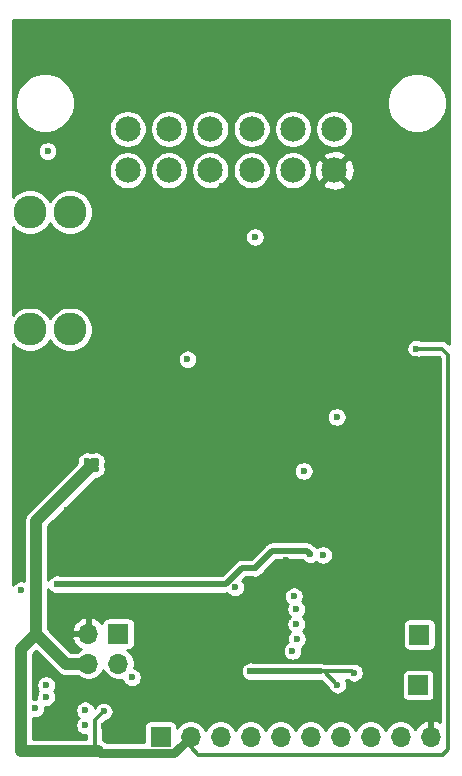
<source format=gbr>
G04 #@! TF.GenerationSoftware,KiCad,Pcbnew,(5.1.6)-1*
G04 #@! TF.CreationDate,2021-01-27T01:30:11-05:00*
G04 #@! TF.ProjectId,wideband_controller,77696465-6261-46e6-945f-636f6e74726f,rev?*
G04 #@! TF.SameCoordinates,Original*
G04 #@! TF.FileFunction,Copper,L3,Inr*
G04 #@! TF.FilePolarity,Positive*
%FSLAX46Y46*%
G04 Gerber Fmt 4.6, Leading zero omitted, Abs format (unit mm)*
G04 Created by KiCad (PCBNEW (5.1.6)-1) date 2021-01-27 01:30:11*
%MOMM*%
%LPD*%
G01*
G04 APERTURE LIST*
G04 #@! TA.AperFunction,ViaPad*
%ADD10R,1.700000X1.700000*%
G04 #@! TD*
G04 #@! TA.AperFunction,ViaPad*
%ADD11O,1.700000X1.700000*%
G04 #@! TD*
G04 #@! TA.AperFunction,ViaPad*
%ADD12C,2.150000*%
G04 #@! TD*
G04 #@! TA.AperFunction,ViaPad*
%ADD13C,2.780000*%
G04 #@! TD*
G04 #@! TA.AperFunction,ViaPad*
%ADD14C,0.700000*%
G04 #@! TD*
G04 #@! TA.AperFunction,ViaPad*
%ADD15C,0.600000*%
G04 #@! TD*
G04 #@! TA.AperFunction,Conductor*
%ADD16C,0.375000*%
G04 #@! TD*
G04 #@! TA.AperFunction,Conductor*
%ADD17C,1.000000*%
G04 #@! TD*
G04 #@! TA.AperFunction,Conductor*
%ADD18C,0.250000*%
G04 #@! TD*
G04 #@! TA.AperFunction,Conductor*
%ADD19C,0.750000*%
G04 #@! TD*
G04 #@! TA.AperFunction,Conductor*
%ADD20C,0.500000*%
G04 #@! TD*
G04 #@! TA.AperFunction,Conductor*
%ADD21C,0.254000*%
G04 #@! TD*
G04 APERTURE END LIST*
D10*
X142849600Y-107086400D03*
X142938500Y-102806500D03*
D11*
X143916400Y-111455200D03*
X141376400Y-111455200D03*
X138836400Y-111455200D03*
X136296400Y-111455200D03*
X133756400Y-111455200D03*
X131216400Y-111455200D03*
X128676400Y-111455200D03*
X126136400Y-111455200D03*
X123596400Y-111455200D03*
D10*
X121056400Y-111455200D03*
D11*
X114935000Y-105283000D03*
X114935000Y-102743000D03*
X117475000Y-105283000D03*
D10*
X117475000Y-102743000D03*
D12*
X125250000Y-60000000D03*
X121750000Y-60000000D03*
X128750000Y-60000000D03*
X132250000Y-60000000D03*
X135750000Y-60000000D03*
X118250000Y-60000000D03*
X118250000Y-63500000D03*
X121750000Y-63500000D03*
X125250000Y-63500000D03*
X128750000Y-63500000D03*
X132250000Y-63500000D03*
X135750000Y-63500000D03*
D13*
X113382000Y-67042000D03*
X109982000Y-67042000D03*
X113382000Y-76962000D03*
X109982000Y-76962000D03*
D14*
X119380000Y-67564000D03*
X121920000Y-67564000D03*
X116840000Y-67564000D03*
X118618000Y-85344000D03*
X116205000Y-85344000D03*
D15*
X137858500Y-76555600D03*
X120269000Y-76136500D03*
X128397000Y-89662000D03*
X135826500Y-96075500D03*
X141414500Y-80899000D03*
X139827000Y-80137000D03*
X133985000Y-87503000D03*
X131699000Y-73025000D03*
X138988800Y-74930000D03*
X130937000Y-64770000D03*
X125222000Y-84709000D03*
X124206000Y-78740000D03*
X127203200Y-83007200D03*
X135890000Y-93789500D03*
X131127500Y-88074500D03*
X126238000Y-64833500D03*
X134556500Y-108394500D03*
X140817600Y-102235000D03*
X131699000Y-96456500D03*
X125222000Y-97637600D03*
X142240000Y-100584000D03*
X141351000Y-76708000D03*
X140335000Y-88646000D03*
X129032000Y-107950000D03*
X109321600Y-96164400D03*
X125476000Y-104902000D03*
X138328400Y-104038400D03*
X140766800Y-105562400D03*
X137350500Y-107632500D03*
X124917200Y-109626400D03*
X121564400Y-106730800D03*
X116230400Y-110540800D03*
X109347000Y-63754000D03*
X110490000Y-63754000D03*
D14*
X110363000Y-86550500D03*
X111506000Y-86614000D03*
X112649000Y-86550500D03*
D15*
X118008400Y-91440000D03*
X116840000Y-91440000D03*
X115570000Y-91440000D03*
X114300000Y-91440000D03*
X113080800Y-92303600D03*
X114300000Y-92710000D03*
X115570000Y-92710000D03*
X115570000Y-93980000D03*
X114300000Y-93980000D03*
X114300000Y-95250000D03*
X115570000Y-95250000D03*
X116840000Y-100330000D03*
X118110000Y-100330000D03*
X119380000Y-100330000D03*
X120650000Y-100330000D03*
X121920000Y-100330000D03*
X123190000Y-100330000D03*
X123190000Y-101600000D03*
X121920000Y-101600000D03*
X120650000Y-101600000D03*
X119380000Y-101600000D03*
X119380000Y-102870000D03*
X120650000Y-102870000D03*
X121920000Y-102870000D03*
X113030000Y-102870000D03*
X124460000Y-88138000D03*
X113995200Y-87325200D03*
X114046000Y-86207600D03*
X109220000Y-86360000D03*
X113792000Y-85090000D03*
X112268000Y-85090000D03*
X110744000Y-85090000D03*
X109220000Y-85090000D03*
X109270800Y-69850000D03*
X109270800Y-71120000D03*
X109270800Y-72390000D03*
X109270800Y-73660000D03*
X110490000Y-73660000D03*
X111760000Y-73660000D03*
X112928400Y-73660000D03*
X114096800Y-73660000D03*
X114096800Y-72390000D03*
X112928400Y-72390000D03*
X111760000Y-72390000D03*
X110490000Y-72390000D03*
X110490000Y-71120000D03*
X111760000Y-71120000D03*
X112928400Y-71120000D03*
X114096800Y-71120000D03*
X114096800Y-69850000D03*
X112928400Y-69850000D03*
X111760000Y-69850000D03*
X110490000Y-69850000D03*
X114300000Y-82550000D03*
X109270800Y-83820000D03*
X110388400Y-84023200D03*
X111658400Y-84023200D03*
X112928400Y-84023200D03*
X114300000Y-83820000D03*
X118516400Y-80873600D03*
X132080000Y-78740000D03*
X131508500Y-79756000D03*
X133350000Y-80010000D03*
X134620000Y-80010000D03*
X134620000Y-81280000D03*
X135890000Y-82550000D03*
X137160000Y-83820000D03*
X138430000Y-85090000D03*
X139700000Y-83820000D03*
X138430000Y-83820000D03*
X142697200Y-79502000D03*
X140970000Y-90170000D03*
X138430000Y-90424000D03*
X141224000Y-91948000D03*
X142240000Y-82804000D03*
X143510000Y-81026000D03*
X144272000Y-83312000D03*
X144424400Y-88341200D03*
X144424400Y-90360500D03*
X144475200Y-92392500D03*
X144475200Y-94424500D03*
X144424400Y-96469200D03*
X144424400Y-98450400D03*
X144475200Y-100380800D03*
X139700000Y-107696000D03*
X140970000Y-107696000D03*
X141986000Y-108712000D03*
X143256000Y-108712000D03*
X144526000Y-108712000D03*
X141414500Y-97790000D03*
X141414500Y-96266000D03*
X141414500Y-94615000D03*
X135572500Y-74485500D03*
X111760000Y-74866500D03*
X112991900Y-74739500D03*
X114096800Y-74803000D03*
X110490000Y-74739500D03*
X109283500Y-74739500D03*
X118618000Y-82397600D03*
X116459000Y-82486500D03*
X120142000Y-82296000D03*
X112166400Y-79400400D03*
X110591600Y-79857600D03*
X111252000Y-78790800D03*
X109270800Y-79057500D03*
X109270800Y-80010000D03*
X112064800Y-93573600D03*
X118618000Y-92100400D03*
X113284000Y-95961200D03*
X115925600Y-101396800D03*
X113741200Y-101396800D03*
X113741200Y-103987600D03*
X120040400Y-103936800D03*
X114655600Y-111455200D03*
X130302000Y-76504800D03*
X129997200Y-72186800D03*
X115570000Y-96570800D03*
X114300000Y-96570800D03*
X113842800Y-97485200D03*
X114858800Y-97637600D03*
X123037600Y-102717600D03*
X121259600Y-103936800D03*
X117500400Y-101142800D03*
X117449600Y-99568000D03*
X118770400Y-99568000D03*
X120040400Y-99618800D03*
X121259600Y-99618800D03*
X122580400Y-99568000D03*
X121259600Y-100990400D03*
X119938800Y-100939600D03*
X122529600Y-100939600D03*
X122478800Y-102209600D03*
X121310400Y-102209600D03*
X119989600Y-102209600D03*
X118567200Y-101142800D03*
X114909600Y-95910400D03*
X114909600Y-94640400D03*
X114909600Y-93370400D03*
X114909600Y-92100400D03*
X116281200Y-92100400D03*
X117398800Y-92100400D03*
X114960400Y-90830400D03*
X119786400Y-92202000D03*
X121005600Y-92202000D03*
X122123200Y-92202000D03*
X113233200Y-93726000D03*
X119227600Y-91440000D03*
X118618000Y-90830400D03*
X119837200Y-81280000D03*
X135890000Y-65430400D03*
X129032000Y-69151500D03*
X133159500Y-88963500D03*
X142684500Y-78613000D03*
X123317000Y-79502000D03*
X115570000Y-88773000D03*
X115570000Y-88138000D03*
X116230400Y-109321600D03*
X114808000Y-88138000D03*
X114808000Y-88773000D03*
X133731000Y-96012000D03*
X129032000Y-97155000D03*
X128651000Y-105918000D03*
X137414000Y-106045000D03*
X112268000Y-98552000D03*
X136017000Y-107061000D03*
X111353600Y-107086400D03*
X132524500Y-100647500D03*
X135953500Y-84391500D03*
X134810500Y-96075500D03*
X132334000Y-99568000D03*
X127355600Y-98806000D03*
X111353600Y-108102400D03*
X118618000Y-106426000D03*
X110439200Y-109067600D03*
X132588000Y-103187500D03*
X132207000Y-104203500D03*
X114655600Y-110490000D03*
X111483000Y-61872000D03*
X114655600Y-109220000D03*
X109220000Y-99060000D03*
X132524500Y-101917500D03*
D16*
X123334601Y-79484399D02*
X123317000Y-79502000D01*
X142684500Y-78613000D02*
X144907000Y-78613000D01*
X144907000Y-78613000D02*
X145415000Y-79121000D01*
X145415000Y-79121000D02*
X145415000Y-100216350D01*
X145415000Y-100216350D02*
X145415000Y-112522000D01*
X145415000Y-112522000D02*
X144970500Y-112966500D01*
D17*
X113049450Y-105283000D02*
X114935000Y-105283000D01*
X110490000Y-102723550D02*
X113049450Y-105283000D01*
X110490000Y-99822000D02*
X110490000Y-102723550D01*
D18*
X115570000Y-88138000D02*
X114808000Y-88138000D01*
D17*
X110490000Y-99822000D02*
X110490000Y-93218000D01*
X110490000Y-93218000D02*
X115316000Y-88392000D01*
X109220000Y-103993550D02*
X110490000Y-102723550D01*
X109220000Y-112649000D02*
X109220000Y-103993550D01*
D16*
X116230400Y-109321600D02*
X115468400Y-110083600D01*
X115468400Y-112369600D02*
X115747800Y-112649000D01*
X115468400Y-110083600D02*
X115468400Y-112369600D01*
D17*
X115747800Y-112649000D02*
X109220000Y-112649000D01*
D19*
X115944101Y-112845301D02*
X115747800Y-112649000D01*
X122206299Y-112845301D02*
X115944101Y-112845301D01*
X123596400Y-111455200D02*
X122206299Y-112845301D01*
D16*
X123596400Y-112318800D02*
X124244100Y-112966500D01*
X123596400Y-111455200D02*
X123596400Y-112318800D01*
X144970500Y-112966500D02*
X124244100Y-112966500D01*
D18*
X128524000Y-105791000D02*
X128651000Y-105918000D01*
D20*
X134620000Y-105918000D02*
X134366000Y-105918000D01*
X128651000Y-105918000D02*
X134366000Y-105918000D01*
X130474999Y-95712001D02*
X129032000Y-97155000D01*
X133431001Y-95712001D02*
X130474999Y-95712001D01*
X133731000Y-96012000D02*
X133431001Y-95712001D01*
D16*
X137287000Y-105918000D02*
X137414000Y-106045000D01*
X134620000Y-105918000D02*
X137287000Y-105918000D01*
X134874000Y-105918000D02*
X136017000Y-107061000D01*
X134620000Y-105918000D02*
X134874000Y-105918000D01*
D20*
X127948250Y-97155000D02*
X129032000Y-97155000D01*
X126551250Y-98552000D02*
X127948250Y-97155000D01*
X112268000Y-98552000D02*
X126551250Y-98552000D01*
D21*
G36*
X145491601Y-78178095D02*
G01*
X145441804Y-78128299D01*
X145419220Y-78100780D01*
X145309448Y-78010693D01*
X145184211Y-77943753D01*
X145048321Y-77902531D01*
X144942414Y-77892100D01*
X144907000Y-77888612D01*
X144871586Y-77892100D01*
X143105677Y-77892100D01*
X143079263Y-77874451D01*
X142927594Y-77811628D01*
X142766583Y-77779600D01*
X142602417Y-77779600D01*
X142441406Y-77811628D01*
X142289737Y-77874451D01*
X142153239Y-77965656D01*
X142037156Y-78081739D01*
X141945951Y-78218237D01*
X141883128Y-78369906D01*
X141851100Y-78530917D01*
X141851100Y-78695083D01*
X141883128Y-78856094D01*
X141945951Y-79007763D01*
X142037156Y-79144261D01*
X142153239Y-79260344D01*
X142289737Y-79351549D01*
X142441406Y-79414372D01*
X142602417Y-79446400D01*
X142766583Y-79446400D01*
X142927594Y-79414372D01*
X143079263Y-79351549D01*
X143105677Y-79333900D01*
X144608394Y-79333900D01*
X144694100Y-79419606D01*
X144694101Y-100180927D01*
X144694100Y-100180937D01*
X144694101Y-110191600D01*
X144683320Y-110183559D01*
X144420499Y-110058375D01*
X144273290Y-110013724D01*
X144043400Y-110135045D01*
X144043400Y-111328200D01*
X144063400Y-111328200D01*
X144063400Y-111582200D01*
X144043400Y-111582200D01*
X144043400Y-111602200D01*
X143789400Y-111602200D01*
X143789400Y-111582200D01*
X143769400Y-111582200D01*
X143769400Y-111328200D01*
X143789400Y-111328200D01*
X143789400Y-110135045D01*
X143559510Y-110013724D01*
X143412301Y-110058375D01*
X143149480Y-110183559D01*
X142916131Y-110357612D01*
X142721222Y-110573845D01*
X142594003Y-110787418D01*
X142450957Y-110573334D01*
X142258266Y-110380643D01*
X142031686Y-110229247D01*
X141779923Y-110124963D01*
X141512653Y-110071800D01*
X141240147Y-110071800D01*
X140972877Y-110124963D01*
X140721114Y-110229247D01*
X140494534Y-110380643D01*
X140301843Y-110573334D01*
X140150447Y-110799914D01*
X140106400Y-110906253D01*
X140062353Y-110799914D01*
X139910957Y-110573334D01*
X139718266Y-110380643D01*
X139491686Y-110229247D01*
X139239923Y-110124963D01*
X138972653Y-110071800D01*
X138700147Y-110071800D01*
X138432877Y-110124963D01*
X138181114Y-110229247D01*
X137954534Y-110380643D01*
X137761843Y-110573334D01*
X137610447Y-110799914D01*
X137566400Y-110906253D01*
X137522353Y-110799914D01*
X137370957Y-110573334D01*
X137178266Y-110380643D01*
X136951686Y-110229247D01*
X136699923Y-110124963D01*
X136432653Y-110071800D01*
X136160147Y-110071800D01*
X135892877Y-110124963D01*
X135641114Y-110229247D01*
X135414534Y-110380643D01*
X135221843Y-110573334D01*
X135070447Y-110799914D01*
X135026400Y-110906253D01*
X134982353Y-110799914D01*
X134830957Y-110573334D01*
X134638266Y-110380643D01*
X134411686Y-110229247D01*
X134159923Y-110124963D01*
X133892653Y-110071800D01*
X133620147Y-110071800D01*
X133352877Y-110124963D01*
X133101114Y-110229247D01*
X132874534Y-110380643D01*
X132681843Y-110573334D01*
X132530447Y-110799914D01*
X132486400Y-110906253D01*
X132442353Y-110799914D01*
X132290957Y-110573334D01*
X132098266Y-110380643D01*
X131871686Y-110229247D01*
X131619923Y-110124963D01*
X131352653Y-110071800D01*
X131080147Y-110071800D01*
X130812877Y-110124963D01*
X130561114Y-110229247D01*
X130334534Y-110380643D01*
X130141843Y-110573334D01*
X129990447Y-110799914D01*
X129946400Y-110906253D01*
X129902353Y-110799914D01*
X129750957Y-110573334D01*
X129558266Y-110380643D01*
X129331686Y-110229247D01*
X129079923Y-110124963D01*
X128812653Y-110071800D01*
X128540147Y-110071800D01*
X128272877Y-110124963D01*
X128021114Y-110229247D01*
X127794534Y-110380643D01*
X127601843Y-110573334D01*
X127450447Y-110799914D01*
X127406400Y-110906253D01*
X127362353Y-110799914D01*
X127210957Y-110573334D01*
X127018266Y-110380643D01*
X126791686Y-110229247D01*
X126539923Y-110124963D01*
X126272653Y-110071800D01*
X126000147Y-110071800D01*
X125732877Y-110124963D01*
X125481114Y-110229247D01*
X125254534Y-110380643D01*
X125061843Y-110573334D01*
X124910447Y-110799914D01*
X124866400Y-110906253D01*
X124822353Y-110799914D01*
X124670957Y-110573334D01*
X124478266Y-110380643D01*
X124251686Y-110229247D01*
X123999923Y-110124963D01*
X123732653Y-110071800D01*
X123460147Y-110071800D01*
X123192877Y-110124963D01*
X122941114Y-110229247D01*
X122714534Y-110380643D01*
X122521843Y-110573334D01*
X122442380Y-110692259D01*
X122442380Y-110605200D01*
X122432081Y-110500635D01*
X122401581Y-110400089D01*
X122352051Y-110307425D01*
X122285395Y-110226205D01*
X122204175Y-110159549D01*
X122111511Y-110110019D01*
X122010965Y-110079519D01*
X121906400Y-110069220D01*
X120206400Y-110069220D01*
X120101835Y-110079519D01*
X120001289Y-110110019D01*
X119908625Y-110159549D01*
X119827405Y-110226205D01*
X119760749Y-110307425D01*
X119711219Y-110400089D01*
X119680719Y-110500635D01*
X119670420Y-110605200D01*
X119670420Y-111936901D01*
X116500247Y-111936901D01*
X116482060Y-111914740D01*
X116324704Y-111785602D01*
X116189300Y-111713227D01*
X116189300Y-110382205D01*
X116442336Y-110129170D01*
X116473494Y-110122972D01*
X116625163Y-110060149D01*
X116761661Y-109968944D01*
X116877744Y-109852861D01*
X116968949Y-109716363D01*
X117031772Y-109564694D01*
X117063800Y-109403683D01*
X117063800Y-109239517D01*
X117031772Y-109078506D01*
X116968949Y-108926837D01*
X116877744Y-108790339D01*
X116761661Y-108674256D01*
X116625163Y-108583051D01*
X116473494Y-108520228D01*
X116312483Y-108488200D01*
X116148317Y-108488200D01*
X115987306Y-108520228D01*
X115835637Y-108583051D01*
X115699139Y-108674256D01*
X115583056Y-108790339D01*
X115491851Y-108926837D01*
X115461559Y-108999968D01*
X115456972Y-108976906D01*
X115394149Y-108825237D01*
X115302944Y-108688739D01*
X115186861Y-108572656D01*
X115050363Y-108481451D01*
X114898694Y-108418628D01*
X114737683Y-108386600D01*
X114573517Y-108386600D01*
X114412506Y-108418628D01*
X114260837Y-108481451D01*
X114124339Y-108572656D01*
X114008256Y-108688739D01*
X113917051Y-108825237D01*
X113854228Y-108976906D01*
X113822200Y-109137917D01*
X113822200Y-109302083D01*
X113854228Y-109463094D01*
X113917051Y-109614763D01*
X114008256Y-109751261D01*
X114111995Y-109855000D01*
X114008256Y-109958739D01*
X113917051Y-110095237D01*
X113854228Y-110246906D01*
X113822200Y-110407917D01*
X113822200Y-110572083D01*
X113854228Y-110733094D01*
X113917051Y-110884763D01*
X114008256Y-111021261D01*
X114124339Y-111137344D01*
X114260837Y-111228549D01*
X114412506Y-111291372D01*
X114573517Y-111323400D01*
X114737683Y-111323400D01*
X114747501Y-111321447D01*
X114747501Y-111615600D01*
X110253400Y-111615600D01*
X110253400Y-109880369D01*
X110357117Y-109901000D01*
X110521283Y-109901000D01*
X110682294Y-109868972D01*
X110833963Y-109806149D01*
X110970461Y-109714944D01*
X111086544Y-109598861D01*
X111177749Y-109462363D01*
X111240572Y-109310694D01*
X111272600Y-109149683D01*
X111272600Y-108985517D01*
X111262348Y-108933976D01*
X111271517Y-108935800D01*
X111435683Y-108935800D01*
X111596694Y-108903772D01*
X111748363Y-108840949D01*
X111884861Y-108749744D01*
X112000944Y-108633661D01*
X112092149Y-108497163D01*
X112154972Y-108345494D01*
X112187000Y-108184483D01*
X112187000Y-108020317D01*
X112154972Y-107859306D01*
X112092149Y-107707637D01*
X112016486Y-107594400D01*
X112092149Y-107481163D01*
X112154972Y-107329494D01*
X112187000Y-107168483D01*
X112187000Y-107004317D01*
X112154972Y-106843306D01*
X112092149Y-106691637D01*
X112000944Y-106555139D01*
X111884861Y-106439056D01*
X111748363Y-106347851D01*
X111596694Y-106285028D01*
X111435683Y-106253000D01*
X111271517Y-106253000D01*
X111110506Y-106285028D01*
X110958837Y-106347851D01*
X110822339Y-106439056D01*
X110706256Y-106555139D01*
X110615051Y-106691637D01*
X110552228Y-106843306D01*
X110520200Y-107004317D01*
X110520200Y-107168483D01*
X110552228Y-107329494D01*
X110615051Y-107481163D01*
X110690714Y-107594400D01*
X110615051Y-107707637D01*
X110552228Y-107859306D01*
X110520200Y-108020317D01*
X110520200Y-108184483D01*
X110530452Y-108236024D01*
X110521283Y-108234200D01*
X110357117Y-108234200D01*
X110253400Y-108254831D01*
X110253400Y-104421598D01*
X110490000Y-104184998D01*
X112282825Y-105977823D01*
X112315190Y-106017260D01*
X112472546Y-106146398D01*
X112652072Y-106242357D01*
X112794482Y-106285556D01*
X112846868Y-106301447D01*
X113049450Y-106321400D01*
X113100215Y-106316400D01*
X114011977Y-106316400D01*
X114053134Y-106357557D01*
X114279714Y-106508953D01*
X114531477Y-106613237D01*
X114798747Y-106666400D01*
X115071253Y-106666400D01*
X115338523Y-106613237D01*
X115590286Y-106508953D01*
X115816866Y-106357557D01*
X116009557Y-106164866D01*
X116160953Y-105938286D01*
X116205000Y-105831947D01*
X116249047Y-105938286D01*
X116400443Y-106164866D01*
X116593134Y-106357557D01*
X116819714Y-106508953D01*
X117071477Y-106613237D01*
X117338747Y-106666400D01*
X117611253Y-106666400D01*
X117808296Y-106627206D01*
X117816628Y-106669094D01*
X117879451Y-106820763D01*
X117970656Y-106957261D01*
X118086739Y-107073344D01*
X118223237Y-107164549D01*
X118374906Y-107227372D01*
X118535917Y-107259400D01*
X118700083Y-107259400D01*
X118861094Y-107227372D01*
X119012763Y-107164549D01*
X119149261Y-107073344D01*
X119265344Y-106957261D01*
X119356549Y-106820763D01*
X119419372Y-106669094D01*
X119451400Y-106508083D01*
X119451400Y-106343917D01*
X119419372Y-106182906D01*
X119356549Y-106031237D01*
X119265344Y-105894739D01*
X119206522Y-105835917D01*
X127817600Y-105835917D01*
X127817600Y-106000083D01*
X127849628Y-106161094D01*
X127912451Y-106312763D01*
X128003656Y-106449261D01*
X128119739Y-106565344D01*
X128256237Y-106656549D01*
X128407906Y-106719372D01*
X128568917Y-106751400D01*
X128733083Y-106751400D01*
X128894094Y-106719372D01*
X128937482Y-106701400D01*
X134637895Y-106701400D01*
X135209430Y-107272936D01*
X135215628Y-107304094D01*
X135278451Y-107455763D01*
X135369656Y-107592261D01*
X135485739Y-107708344D01*
X135622237Y-107799549D01*
X135773906Y-107862372D01*
X135934917Y-107894400D01*
X136099083Y-107894400D01*
X136260094Y-107862372D01*
X136411763Y-107799549D01*
X136548261Y-107708344D01*
X136664344Y-107592261D01*
X136755549Y-107455763D01*
X136818372Y-107304094D01*
X136850400Y-107143083D01*
X136850400Y-106978917D01*
X136818372Y-106817906D01*
X136755549Y-106666237D01*
X136737283Y-106638900D01*
X136829295Y-106638900D01*
X136882739Y-106692344D01*
X137019237Y-106783549D01*
X137170906Y-106846372D01*
X137331917Y-106878400D01*
X137496083Y-106878400D01*
X137657094Y-106846372D01*
X137808763Y-106783549D01*
X137945261Y-106692344D01*
X138061344Y-106576261D01*
X138152549Y-106439763D01*
X138215372Y-106288094D01*
X138225654Y-106236400D01*
X141463620Y-106236400D01*
X141463620Y-107936400D01*
X141473919Y-108040965D01*
X141504419Y-108141511D01*
X141553949Y-108234175D01*
X141620605Y-108315395D01*
X141701825Y-108382051D01*
X141794489Y-108431581D01*
X141895035Y-108462081D01*
X141999600Y-108472380D01*
X143699600Y-108472380D01*
X143804165Y-108462081D01*
X143904711Y-108431581D01*
X143997375Y-108382051D01*
X144078595Y-108315395D01*
X144145251Y-108234175D01*
X144194781Y-108141511D01*
X144225281Y-108040965D01*
X144235580Y-107936400D01*
X144235580Y-106236400D01*
X144225281Y-106131835D01*
X144194781Y-106031289D01*
X144145251Y-105938625D01*
X144078595Y-105857405D01*
X143997375Y-105790749D01*
X143904711Y-105741219D01*
X143804165Y-105710719D01*
X143699600Y-105700420D01*
X141999600Y-105700420D01*
X141895035Y-105710719D01*
X141794489Y-105741219D01*
X141701825Y-105790749D01*
X141620605Y-105857405D01*
X141553949Y-105938625D01*
X141504419Y-106031289D01*
X141473919Y-106131835D01*
X141463620Y-106236400D01*
X138225654Y-106236400D01*
X138247400Y-106127083D01*
X138247400Y-105962917D01*
X138215372Y-105801906D01*
X138152549Y-105650237D01*
X138061344Y-105513739D01*
X137945261Y-105397656D01*
X137808763Y-105306451D01*
X137657094Y-105243628D01*
X137496083Y-105211600D01*
X137441735Y-105211600D01*
X137428321Y-105207531D01*
X137322414Y-105197100D01*
X137287000Y-105193612D01*
X137251586Y-105197100D01*
X134933161Y-105197100D01*
X134921245Y-105190731D01*
X134773573Y-105145936D01*
X134658480Y-105134600D01*
X128937482Y-105134600D01*
X128894094Y-105116628D01*
X128733083Y-105084600D01*
X128568917Y-105084600D01*
X128407906Y-105116628D01*
X128256237Y-105179451D01*
X128195486Y-105220044D01*
X128156444Y-105240912D01*
X128122224Y-105268996D01*
X128119739Y-105270656D01*
X128117626Y-105272769D01*
X128056189Y-105323189D01*
X128005769Y-105384626D01*
X128003656Y-105386739D01*
X128001996Y-105389224D01*
X127973912Y-105423444D01*
X127953044Y-105462486D01*
X127912451Y-105523237D01*
X127849628Y-105674906D01*
X127817600Y-105835917D01*
X119206522Y-105835917D01*
X119149261Y-105778656D01*
X119012763Y-105687451D01*
X118861094Y-105624628D01*
X118819206Y-105616296D01*
X118858400Y-105419253D01*
X118858400Y-105146747D01*
X118805237Y-104879477D01*
X118700953Y-104627714D01*
X118549557Y-104401134D01*
X118356866Y-104208443D01*
X118237941Y-104128980D01*
X118325000Y-104128980D01*
X118401786Y-104121417D01*
X131373600Y-104121417D01*
X131373600Y-104285583D01*
X131405628Y-104446594D01*
X131468451Y-104598263D01*
X131559656Y-104734761D01*
X131675739Y-104850844D01*
X131812237Y-104942049D01*
X131963906Y-105004872D01*
X132124917Y-105036900D01*
X132289083Y-105036900D01*
X132450094Y-105004872D01*
X132601763Y-104942049D01*
X132738261Y-104850844D01*
X132854344Y-104734761D01*
X132945549Y-104598263D01*
X133008372Y-104446594D01*
X133040400Y-104285583D01*
X133040400Y-104121417D01*
X133008372Y-103960406D01*
X132991675Y-103920095D01*
X133119261Y-103834844D01*
X133235344Y-103718761D01*
X133326549Y-103582263D01*
X133389372Y-103430594D01*
X133421400Y-103269583D01*
X133421400Y-103105417D01*
X133389372Y-102944406D01*
X133326549Y-102792737D01*
X133235344Y-102656239D01*
X133119261Y-102540156D01*
X133095995Y-102524610D01*
X133171844Y-102448761D01*
X133263049Y-102312263D01*
X133325872Y-102160594D01*
X133357900Y-101999583D01*
X133357900Y-101956500D01*
X141552520Y-101956500D01*
X141552520Y-103656500D01*
X141562819Y-103761065D01*
X141593319Y-103861611D01*
X141642849Y-103954275D01*
X141709505Y-104035495D01*
X141790725Y-104102151D01*
X141883389Y-104151681D01*
X141983935Y-104182181D01*
X142088500Y-104192480D01*
X143788500Y-104192480D01*
X143893065Y-104182181D01*
X143993611Y-104151681D01*
X144086275Y-104102151D01*
X144167495Y-104035495D01*
X144234151Y-103954275D01*
X144283681Y-103861611D01*
X144314181Y-103761065D01*
X144324480Y-103656500D01*
X144324480Y-101956500D01*
X144314181Y-101851935D01*
X144283681Y-101751389D01*
X144234151Y-101658725D01*
X144167495Y-101577505D01*
X144086275Y-101510849D01*
X143993611Y-101461319D01*
X143893065Y-101430819D01*
X143788500Y-101420520D01*
X142088500Y-101420520D01*
X141983935Y-101430819D01*
X141883389Y-101461319D01*
X141790725Y-101510849D01*
X141709505Y-101577505D01*
X141642849Y-101658725D01*
X141593319Y-101751389D01*
X141562819Y-101851935D01*
X141552520Y-101956500D01*
X133357900Y-101956500D01*
X133357900Y-101835417D01*
X133325872Y-101674406D01*
X133263049Y-101522737D01*
X133171844Y-101386239D01*
X133068105Y-101282500D01*
X133171844Y-101178761D01*
X133263049Y-101042263D01*
X133325872Y-100890594D01*
X133357900Y-100729583D01*
X133357900Y-100565417D01*
X133325872Y-100404406D01*
X133263049Y-100252737D01*
X133171844Y-100116239D01*
X133055761Y-100000156D01*
X133050094Y-99996369D01*
X133072549Y-99962763D01*
X133135372Y-99811094D01*
X133167400Y-99650083D01*
X133167400Y-99485917D01*
X133135372Y-99324906D01*
X133072549Y-99173237D01*
X132981344Y-99036739D01*
X132865261Y-98920656D01*
X132728763Y-98829451D01*
X132577094Y-98766628D01*
X132416083Y-98734600D01*
X132251917Y-98734600D01*
X132090906Y-98766628D01*
X131939237Y-98829451D01*
X131802739Y-98920656D01*
X131686656Y-99036739D01*
X131595451Y-99173237D01*
X131532628Y-99324906D01*
X131500600Y-99485917D01*
X131500600Y-99650083D01*
X131532628Y-99811094D01*
X131595451Y-99962763D01*
X131686656Y-100099261D01*
X131802739Y-100215344D01*
X131808406Y-100219131D01*
X131785951Y-100252737D01*
X131723128Y-100404406D01*
X131691100Y-100565417D01*
X131691100Y-100729583D01*
X131723128Y-100890594D01*
X131785951Y-101042263D01*
X131877156Y-101178761D01*
X131980895Y-101282500D01*
X131877156Y-101386239D01*
X131785951Y-101522737D01*
X131723128Y-101674406D01*
X131691100Y-101835417D01*
X131691100Y-101999583D01*
X131723128Y-102160594D01*
X131785951Y-102312263D01*
X131877156Y-102448761D01*
X131993239Y-102564844D01*
X132016505Y-102580390D01*
X131940656Y-102656239D01*
X131849451Y-102792737D01*
X131786628Y-102944406D01*
X131754600Y-103105417D01*
X131754600Y-103269583D01*
X131786628Y-103430594D01*
X131803325Y-103470905D01*
X131675739Y-103556156D01*
X131559656Y-103672239D01*
X131468451Y-103808737D01*
X131405628Y-103960406D01*
X131373600Y-104121417D01*
X118401786Y-104121417D01*
X118429565Y-104118681D01*
X118530111Y-104088181D01*
X118622775Y-104038651D01*
X118703995Y-103971995D01*
X118770651Y-103890775D01*
X118820181Y-103798111D01*
X118850681Y-103697565D01*
X118860980Y-103593000D01*
X118860980Y-101893000D01*
X118850681Y-101788435D01*
X118820181Y-101687889D01*
X118770651Y-101595225D01*
X118703995Y-101514005D01*
X118622775Y-101447349D01*
X118530111Y-101397819D01*
X118429565Y-101367319D01*
X118325000Y-101357020D01*
X116625000Y-101357020D01*
X116520435Y-101367319D01*
X116419889Y-101397819D01*
X116327225Y-101447349D01*
X116246005Y-101514005D01*
X116179349Y-101595225D01*
X116129819Y-101687889D01*
X116099319Y-101788435D01*
X116095858Y-101823571D01*
X115935269Y-101645412D01*
X115701920Y-101471359D01*
X115439099Y-101346175D01*
X115291890Y-101301524D01*
X115062000Y-101422845D01*
X115062000Y-102616000D01*
X115082000Y-102616000D01*
X115082000Y-102870000D01*
X115062000Y-102870000D01*
X115062000Y-102890000D01*
X114808000Y-102890000D01*
X114808000Y-102870000D01*
X113614186Y-102870000D01*
X113493519Y-103099891D01*
X113590843Y-103374252D01*
X113739822Y-103624355D01*
X113934731Y-103840588D01*
X114168080Y-104014641D01*
X114270307Y-104063333D01*
X114053134Y-104208443D01*
X114011977Y-104249600D01*
X113477498Y-104249600D01*
X111614007Y-102386109D01*
X113493519Y-102386109D01*
X113614186Y-102616000D01*
X114808000Y-102616000D01*
X114808000Y-101422845D01*
X114578110Y-101301524D01*
X114430901Y-101346175D01*
X114168080Y-101471359D01*
X113934731Y-101645412D01*
X113739822Y-101861645D01*
X113590843Y-102111748D01*
X113493519Y-102386109D01*
X111614007Y-102386109D01*
X111523400Y-102295503D01*
X111523400Y-98932155D01*
X111529451Y-98946763D01*
X111620656Y-99083261D01*
X111736739Y-99199344D01*
X111873237Y-99290549D01*
X112024906Y-99353372D01*
X112185917Y-99385400D01*
X112350083Y-99385400D01*
X112511094Y-99353372D01*
X112554482Y-99335400D01*
X126512778Y-99335400D01*
X126551250Y-99339189D01*
X126589722Y-99335400D01*
X126589730Y-99335400D01*
X126699771Y-99324562D01*
X126708256Y-99337261D01*
X126824339Y-99453344D01*
X126960837Y-99544549D01*
X127112506Y-99607372D01*
X127273517Y-99639400D01*
X127437683Y-99639400D01*
X127598694Y-99607372D01*
X127750363Y-99544549D01*
X127886861Y-99453344D01*
X128002944Y-99337261D01*
X128094149Y-99200763D01*
X128156972Y-99049094D01*
X128189000Y-98888083D01*
X128189000Y-98723917D01*
X128156972Y-98562906D01*
X128094149Y-98411237D01*
X128002944Y-98274739D01*
X127969675Y-98241470D01*
X128272745Y-97938400D01*
X128745518Y-97938400D01*
X128788906Y-97956372D01*
X128949917Y-97988400D01*
X129114083Y-97988400D01*
X129275094Y-97956372D01*
X129426763Y-97893549D01*
X129563261Y-97802344D01*
X129679344Y-97686261D01*
X129770549Y-97549763D01*
X129788523Y-97506371D01*
X130799494Y-96495401D01*
X133051677Y-96495401D01*
X133083656Y-96543261D01*
X133199739Y-96659344D01*
X133336237Y-96750549D01*
X133487906Y-96813372D01*
X133648917Y-96845400D01*
X133813083Y-96845400D01*
X133974094Y-96813372D01*
X134125763Y-96750549D01*
X134234373Y-96677978D01*
X134279239Y-96722844D01*
X134415737Y-96814049D01*
X134567406Y-96876872D01*
X134728417Y-96908900D01*
X134892583Y-96908900D01*
X135053594Y-96876872D01*
X135205263Y-96814049D01*
X135341761Y-96722844D01*
X135457844Y-96606761D01*
X135549049Y-96470263D01*
X135611872Y-96318594D01*
X135643900Y-96157583D01*
X135643900Y-95993417D01*
X135611872Y-95832406D01*
X135549049Y-95680737D01*
X135457844Y-95544239D01*
X135341761Y-95428156D01*
X135205263Y-95336951D01*
X135053594Y-95274128D01*
X134892583Y-95242100D01*
X134728417Y-95242100D01*
X134567406Y-95274128D01*
X134415737Y-95336951D01*
X134307127Y-95409522D01*
X134262261Y-95364656D01*
X134125763Y-95273451D01*
X134082371Y-95255477D01*
X134012164Y-95185270D01*
X133987628Y-95155374D01*
X133868340Y-95057476D01*
X133732246Y-94984732D01*
X133584574Y-94939937D01*
X133469481Y-94928601D01*
X133469473Y-94928601D01*
X133431001Y-94924812D01*
X133392529Y-94928601D01*
X130513471Y-94928601D01*
X130474999Y-94924812D01*
X130436527Y-94928601D01*
X130436519Y-94928601D01*
X130334491Y-94938650D01*
X130321425Y-94939937D01*
X130173754Y-94984732D01*
X130037660Y-95057476D01*
X130037658Y-95057477D01*
X130037659Y-95057477D01*
X129948261Y-95130844D01*
X129948260Y-95130845D01*
X129918372Y-95155374D01*
X129893845Y-95185261D01*
X128707507Y-96371600D01*
X127986721Y-96371600D01*
X127948249Y-96367811D01*
X127909777Y-96371600D01*
X127909770Y-96371600D01*
X127808957Y-96381529D01*
X127794676Y-96382936D01*
X127760307Y-96393362D01*
X127647005Y-96427731D01*
X127510911Y-96500475D01*
X127391623Y-96598373D01*
X127367096Y-96628260D01*
X126226757Y-97768600D01*
X112554482Y-97768600D01*
X112511094Y-97750628D01*
X112350083Y-97718600D01*
X112185917Y-97718600D01*
X112024906Y-97750628D01*
X111873237Y-97813451D01*
X111736739Y-97904656D01*
X111620656Y-98020739D01*
X111529451Y-98157237D01*
X111523400Y-98171845D01*
X111523400Y-93646047D01*
X115563048Y-89606400D01*
X115652083Y-89606400D01*
X115813094Y-89574372D01*
X115964763Y-89511549D01*
X116101261Y-89420344D01*
X116217344Y-89304261D01*
X116308549Y-89167763D01*
X116371372Y-89016094D01*
X116398161Y-88881417D01*
X132326100Y-88881417D01*
X132326100Y-89045583D01*
X132358128Y-89206594D01*
X132420951Y-89358263D01*
X132512156Y-89494761D01*
X132628239Y-89610844D01*
X132764737Y-89702049D01*
X132916406Y-89764872D01*
X133077417Y-89796900D01*
X133241583Y-89796900D01*
X133402594Y-89764872D01*
X133554263Y-89702049D01*
X133690761Y-89610844D01*
X133806844Y-89494761D01*
X133898049Y-89358263D01*
X133960872Y-89206594D01*
X133992900Y-89045583D01*
X133992900Y-88881417D01*
X133960872Y-88720406D01*
X133898049Y-88568737D01*
X133806844Y-88432239D01*
X133690761Y-88316156D01*
X133554263Y-88224951D01*
X133402594Y-88162128D01*
X133241583Y-88130100D01*
X133077417Y-88130100D01*
X132916406Y-88162128D01*
X132764737Y-88224951D01*
X132628239Y-88316156D01*
X132512156Y-88432239D01*
X132420951Y-88568737D01*
X132358128Y-88720406D01*
X132326100Y-88881417D01*
X116398161Y-88881417D01*
X116403400Y-88855083D01*
X116403400Y-88690917D01*
X116371372Y-88529906D01*
X116346687Y-88470311D01*
X116350515Y-88431449D01*
X116371372Y-88381094D01*
X116403400Y-88220083D01*
X116403400Y-88055917D01*
X116371372Y-87894906D01*
X116308549Y-87743237D01*
X116217344Y-87606739D01*
X116101261Y-87490656D01*
X115964763Y-87399451D01*
X115813094Y-87336628D01*
X115652083Y-87304600D01*
X115487917Y-87304600D01*
X115326906Y-87336628D01*
X115276551Y-87357485D01*
X115135087Y-87371419D01*
X115051094Y-87336628D01*
X114890083Y-87304600D01*
X114725917Y-87304600D01*
X114564906Y-87336628D01*
X114413237Y-87399451D01*
X114276739Y-87490656D01*
X114160656Y-87606739D01*
X114069451Y-87743237D01*
X114006628Y-87894906D01*
X113974600Y-88055917D01*
X113974600Y-88220083D01*
X113983206Y-88263346D01*
X109795178Y-92451375D01*
X109755741Y-92483740D01*
X109626603Y-92641096D01*
X109578624Y-92730859D01*
X109530644Y-92820621D01*
X109471553Y-93015419D01*
X109451600Y-93218000D01*
X109456601Y-93268775D01*
X109456600Y-98257336D01*
X109302083Y-98226600D01*
X109137917Y-98226600D01*
X108976906Y-98258628D01*
X108825237Y-98321451D01*
X108688739Y-98412656D01*
X108572656Y-98528739D01*
X108508400Y-98624905D01*
X108508400Y-84309417D01*
X135120100Y-84309417D01*
X135120100Y-84473583D01*
X135152128Y-84634594D01*
X135214951Y-84786263D01*
X135306156Y-84922761D01*
X135422239Y-85038844D01*
X135558737Y-85130049D01*
X135710406Y-85192872D01*
X135871417Y-85224900D01*
X136035583Y-85224900D01*
X136196594Y-85192872D01*
X136348263Y-85130049D01*
X136484761Y-85038844D01*
X136600844Y-84922761D01*
X136692049Y-84786263D01*
X136754872Y-84634594D01*
X136786900Y-84473583D01*
X136786900Y-84309417D01*
X136754872Y-84148406D01*
X136692049Y-83996737D01*
X136600844Y-83860239D01*
X136484761Y-83744156D01*
X136348263Y-83652951D01*
X136196594Y-83590128D01*
X136035583Y-83558100D01*
X135871417Y-83558100D01*
X135710406Y-83590128D01*
X135558737Y-83652951D01*
X135422239Y-83744156D01*
X135306156Y-83860239D01*
X135214951Y-83996737D01*
X135152128Y-84148406D01*
X135120100Y-84309417D01*
X108508400Y-84309417D01*
X108508400Y-79419917D01*
X122483600Y-79419917D01*
X122483600Y-79584083D01*
X122515628Y-79745094D01*
X122578451Y-79896763D01*
X122669656Y-80033261D01*
X122785739Y-80149344D01*
X122922237Y-80240549D01*
X123073906Y-80303372D01*
X123234917Y-80335400D01*
X123399083Y-80335400D01*
X123560094Y-80303372D01*
X123711763Y-80240549D01*
X123848261Y-80149344D01*
X123964344Y-80033261D01*
X124055549Y-79896763D01*
X124118372Y-79745094D01*
X124150400Y-79584083D01*
X124150400Y-79419917D01*
X124118372Y-79258906D01*
X124055549Y-79107237D01*
X123964344Y-78970739D01*
X123848261Y-78854656D01*
X123711763Y-78763451D01*
X123560094Y-78700628D01*
X123399083Y-78668600D01*
X123234917Y-78668600D01*
X123073906Y-78700628D01*
X122922237Y-78763451D01*
X122785739Y-78854656D01*
X122669656Y-78970739D01*
X122578451Y-79107237D01*
X122515628Y-79258906D01*
X122483600Y-79419917D01*
X108508400Y-79419917D01*
X108508400Y-78208499D01*
X108755904Y-78456003D01*
X109070928Y-78666495D01*
X109420965Y-78811485D01*
X109792562Y-78885400D01*
X110171438Y-78885400D01*
X110543035Y-78811485D01*
X110893072Y-78666495D01*
X111208096Y-78456003D01*
X111476003Y-78188096D01*
X111682000Y-77879799D01*
X111887997Y-78188096D01*
X112155904Y-78456003D01*
X112470928Y-78666495D01*
X112820965Y-78811485D01*
X113192562Y-78885400D01*
X113571438Y-78885400D01*
X113943035Y-78811485D01*
X114293072Y-78666495D01*
X114608096Y-78456003D01*
X114876003Y-78188096D01*
X115086495Y-77873072D01*
X115231485Y-77523035D01*
X115305400Y-77151438D01*
X115305400Y-76772562D01*
X115231485Y-76400965D01*
X115086495Y-76050928D01*
X114876003Y-75735904D01*
X114608096Y-75467997D01*
X114293072Y-75257505D01*
X113943035Y-75112515D01*
X113571438Y-75038600D01*
X113192562Y-75038600D01*
X112820965Y-75112515D01*
X112470928Y-75257505D01*
X112155904Y-75467997D01*
X111887997Y-75735904D01*
X111682000Y-76044201D01*
X111476003Y-75735904D01*
X111208096Y-75467997D01*
X110893072Y-75257505D01*
X110543035Y-75112515D01*
X110171438Y-75038600D01*
X109792562Y-75038600D01*
X109420965Y-75112515D01*
X109070928Y-75257505D01*
X108755904Y-75467997D01*
X108508400Y-75715501D01*
X108508400Y-69069417D01*
X128198600Y-69069417D01*
X128198600Y-69233583D01*
X128230628Y-69394594D01*
X128293451Y-69546263D01*
X128384656Y-69682761D01*
X128500739Y-69798844D01*
X128637237Y-69890049D01*
X128788906Y-69952872D01*
X128949917Y-69984900D01*
X129114083Y-69984900D01*
X129275094Y-69952872D01*
X129426763Y-69890049D01*
X129563261Y-69798844D01*
X129679344Y-69682761D01*
X129770549Y-69546263D01*
X129833372Y-69394594D01*
X129865400Y-69233583D01*
X129865400Y-69069417D01*
X129833372Y-68908406D01*
X129770549Y-68756737D01*
X129679344Y-68620239D01*
X129563261Y-68504156D01*
X129426763Y-68412951D01*
X129275094Y-68350128D01*
X129114083Y-68318100D01*
X128949917Y-68318100D01*
X128788906Y-68350128D01*
X128637237Y-68412951D01*
X128500739Y-68504156D01*
X128384656Y-68620239D01*
X128293451Y-68756737D01*
X128230628Y-68908406D01*
X128198600Y-69069417D01*
X108508400Y-69069417D01*
X108508400Y-68288499D01*
X108755904Y-68536003D01*
X109070928Y-68746495D01*
X109420965Y-68891485D01*
X109792562Y-68965400D01*
X110171438Y-68965400D01*
X110543035Y-68891485D01*
X110893072Y-68746495D01*
X111208096Y-68536003D01*
X111476003Y-68268096D01*
X111682000Y-67959799D01*
X111887997Y-68268096D01*
X112155904Y-68536003D01*
X112470928Y-68746495D01*
X112820965Y-68891485D01*
X113192562Y-68965400D01*
X113571438Y-68965400D01*
X113943035Y-68891485D01*
X114293072Y-68746495D01*
X114608096Y-68536003D01*
X114876003Y-68268096D01*
X115086495Y-67953072D01*
X115231485Y-67603035D01*
X115305400Y-67231438D01*
X115305400Y-66852562D01*
X115231485Y-66480965D01*
X115086495Y-66130928D01*
X114876003Y-65815904D01*
X114608096Y-65547997D01*
X114293072Y-65337505D01*
X113943035Y-65192515D01*
X113571438Y-65118600D01*
X113192562Y-65118600D01*
X112820965Y-65192515D01*
X112470928Y-65337505D01*
X112155904Y-65547997D01*
X111887997Y-65815904D01*
X111682000Y-66124201D01*
X111476003Y-65815904D01*
X111208096Y-65547997D01*
X110893072Y-65337505D01*
X110543035Y-65192515D01*
X110171438Y-65118600D01*
X109792562Y-65118600D01*
X109420965Y-65192515D01*
X109070928Y-65337505D01*
X108755904Y-65547997D01*
X108508400Y-65795501D01*
X108508400Y-63341586D01*
X116641600Y-63341586D01*
X116641600Y-63658414D01*
X116703410Y-63969153D01*
X116824655Y-64261863D01*
X117000674Y-64525295D01*
X117224705Y-64749326D01*
X117488137Y-64925345D01*
X117780847Y-65046590D01*
X118091586Y-65108400D01*
X118408414Y-65108400D01*
X118719153Y-65046590D01*
X119011863Y-64925345D01*
X119275295Y-64749326D01*
X119499326Y-64525295D01*
X119675345Y-64261863D01*
X119796590Y-63969153D01*
X119858400Y-63658414D01*
X119858400Y-63341586D01*
X120141600Y-63341586D01*
X120141600Y-63658414D01*
X120203410Y-63969153D01*
X120324655Y-64261863D01*
X120500674Y-64525295D01*
X120724705Y-64749326D01*
X120988137Y-64925345D01*
X121280847Y-65046590D01*
X121591586Y-65108400D01*
X121908414Y-65108400D01*
X122219153Y-65046590D01*
X122511863Y-64925345D01*
X122775295Y-64749326D01*
X122999326Y-64525295D01*
X123175345Y-64261863D01*
X123296590Y-63969153D01*
X123358400Y-63658414D01*
X123358400Y-63341586D01*
X123641600Y-63341586D01*
X123641600Y-63658414D01*
X123703410Y-63969153D01*
X123824655Y-64261863D01*
X124000674Y-64525295D01*
X124224705Y-64749326D01*
X124488137Y-64925345D01*
X124780847Y-65046590D01*
X125091586Y-65108400D01*
X125408414Y-65108400D01*
X125719153Y-65046590D01*
X126011863Y-64925345D01*
X126275295Y-64749326D01*
X126499326Y-64525295D01*
X126675345Y-64261863D01*
X126796590Y-63969153D01*
X126858400Y-63658414D01*
X126858400Y-63341586D01*
X127141600Y-63341586D01*
X127141600Y-63658414D01*
X127203410Y-63969153D01*
X127324655Y-64261863D01*
X127500674Y-64525295D01*
X127724705Y-64749326D01*
X127988137Y-64925345D01*
X128280847Y-65046590D01*
X128591586Y-65108400D01*
X128908414Y-65108400D01*
X129219153Y-65046590D01*
X129511863Y-64925345D01*
X129775295Y-64749326D01*
X129999326Y-64525295D01*
X130175345Y-64261863D01*
X130296590Y-63969153D01*
X130358400Y-63658414D01*
X130358400Y-63341586D01*
X130641600Y-63341586D01*
X130641600Y-63658414D01*
X130703410Y-63969153D01*
X130824655Y-64261863D01*
X131000674Y-64525295D01*
X131224705Y-64749326D01*
X131488137Y-64925345D01*
X131780847Y-65046590D01*
X132091586Y-65108400D01*
X132408414Y-65108400D01*
X132719153Y-65046590D01*
X133011863Y-64925345D01*
X133275295Y-64749326D01*
X133335731Y-64688890D01*
X134740715Y-64688890D01*
X134845531Y-64960959D01*
X135147929Y-65109340D01*
X135473465Y-65195875D01*
X135809627Y-65217239D01*
X136143498Y-65172610D01*
X136462247Y-65063704D01*
X136654469Y-64960959D01*
X136759285Y-64688890D01*
X135750000Y-63679605D01*
X134740715Y-64688890D01*
X133335731Y-64688890D01*
X133499326Y-64525295D01*
X133675345Y-64261863D01*
X133796590Y-63969153D01*
X133858400Y-63658414D01*
X133858400Y-63559627D01*
X134032761Y-63559627D01*
X134077390Y-63893498D01*
X134186296Y-64212247D01*
X134289041Y-64404469D01*
X134561110Y-64509285D01*
X135570395Y-63500000D01*
X135929605Y-63500000D01*
X136938890Y-64509285D01*
X137210959Y-64404469D01*
X137359340Y-64102071D01*
X137445875Y-63776535D01*
X137467239Y-63440373D01*
X137422610Y-63106502D01*
X137313704Y-62787753D01*
X137210959Y-62595531D01*
X136938890Y-62490715D01*
X135929605Y-63500000D01*
X135570395Y-63500000D01*
X134561110Y-62490715D01*
X134289041Y-62595531D01*
X134140660Y-62897929D01*
X134054125Y-63223465D01*
X134032761Y-63559627D01*
X133858400Y-63559627D01*
X133858400Y-63341586D01*
X133796590Y-63030847D01*
X133675345Y-62738137D01*
X133499326Y-62474705D01*
X133335731Y-62311110D01*
X134740715Y-62311110D01*
X135750000Y-63320395D01*
X136759285Y-62311110D01*
X136654469Y-62039041D01*
X136352071Y-61890660D01*
X136026535Y-61804125D01*
X135690373Y-61782761D01*
X135356502Y-61827390D01*
X135037753Y-61936296D01*
X134845531Y-62039041D01*
X134740715Y-62311110D01*
X133335731Y-62311110D01*
X133275295Y-62250674D01*
X133011863Y-62074655D01*
X132719153Y-61953410D01*
X132408414Y-61891600D01*
X132091586Y-61891600D01*
X131780847Y-61953410D01*
X131488137Y-62074655D01*
X131224705Y-62250674D01*
X131000674Y-62474705D01*
X130824655Y-62738137D01*
X130703410Y-63030847D01*
X130641600Y-63341586D01*
X130358400Y-63341586D01*
X130296590Y-63030847D01*
X130175345Y-62738137D01*
X129999326Y-62474705D01*
X129775295Y-62250674D01*
X129511863Y-62074655D01*
X129219153Y-61953410D01*
X128908414Y-61891600D01*
X128591586Y-61891600D01*
X128280847Y-61953410D01*
X127988137Y-62074655D01*
X127724705Y-62250674D01*
X127500674Y-62474705D01*
X127324655Y-62738137D01*
X127203410Y-63030847D01*
X127141600Y-63341586D01*
X126858400Y-63341586D01*
X126796590Y-63030847D01*
X126675345Y-62738137D01*
X126499326Y-62474705D01*
X126275295Y-62250674D01*
X126011863Y-62074655D01*
X125719153Y-61953410D01*
X125408414Y-61891600D01*
X125091586Y-61891600D01*
X124780847Y-61953410D01*
X124488137Y-62074655D01*
X124224705Y-62250674D01*
X124000674Y-62474705D01*
X123824655Y-62738137D01*
X123703410Y-63030847D01*
X123641600Y-63341586D01*
X123358400Y-63341586D01*
X123296590Y-63030847D01*
X123175345Y-62738137D01*
X122999326Y-62474705D01*
X122775295Y-62250674D01*
X122511863Y-62074655D01*
X122219153Y-61953410D01*
X121908414Y-61891600D01*
X121591586Y-61891600D01*
X121280847Y-61953410D01*
X120988137Y-62074655D01*
X120724705Y-62250674D01*
X120500674Y-62474705D01*
X120324655Y-62738137D01*
X120203410Y-63030847D01*
X120141600Y-63341586D01*
X119858400Y-63341586D01*
X119796590Y-63030847D01*
X119675345Y-62738137D01*
X119499326Y-62474705D01*
X119275295Y-62250674D01*
X119011863Y-62074655D01*
X118719153Y-61953410D01*
X118408414Y-61891600D01*
X118091586Y-61891600D01*
X117780847Y-61953410D01*
X117488137Y-62074655D01*
X117224705Y-62250674D01*
X117000674Y-62474705D01*
X116824655Y-62738137D01*
X116703410Y-63030847D01*
X116641600Y-63341586D01*
X108508400Y-63341586D01*
X108508400Y-61789917D01*
X110649600Y-61789917D01*
X110649600Y-61954083D01*
X110681628Y-62115094D01*
X110744451Y-62266763D01*
X110835656Y-62403261D01*
X110951739Y-62519344D01*
X111088237Y-62610549D01*
X111239906Y-62673372D01*
X111400917Y-62705400D01*
X111565083Y-62705400D01*
X111726094Y-62673372D01*
X111877763Y-62610549D01*
X112014261Y-62519344D01*
X112130344Y-62403261D01*
X112221549Y-62266763D01*
X112284372Y-62115094D01*
X112316400Y-61954083D01*
X112316400Y-61789917D01*
X112284372Y-61628906D01*
X112221549Y-61477237D01*
X112130344Y-61340739D01*
X112014261Y-61224656D01*
X111877763Y-61133451D01*
X111726094Y-61070628D01*
X111565083Y-61038600D01*
X111400917Y-61038600D01*
X111239906Y-61070628D01*
X111088237Y-61133451D01*
X110951739Y-61224656D01*
X110835656Y-61340739D01*
X110744451Y-61477237D01*
X110681628Y-61628906D01*
X110649600Y-61789917D01*
X108508400Y-61789917D01*
X108508400Y-57550482D01*
X108716600Y-57550482D01*
X108716600Y-58049518D01*
X108813957Y-58538966D01*
X109004930Y-59000015D01*
X109282180Y-59414948D01*
X109635052Y-59767820D01*
X110049985Y-60045070D01*
X110511034Y-60236043D01*
X111000482Y-60333400D01*
X111499518Y-60333400D01*
X111988966Y-60236043D01*
X112450015Y-60045070D01*
X112754549Y-59841586D01*
X116641600Y-59841586D01*
X116641600Y-60158414D01*
X116703410Y-60469153D01*
X116824655Y-60761863D01*
X117000674Y-61025295D01*
X117224705Y-61249326D01*
X117488137Y-61425345D01*
X117780847Y-61546590D01*
X118091586Y-61608400D01*
X118408414Y-61608400D01*
X118719153Y-61546590D01*
X119011863Y-61425345D01*
X119275295Y-61249326D01*
X119499326Y-61025295D01*
X119675345Y-60761863D01*
X119796590Y-60469153D01*
X119858400Y-60158414D01*
X119858400Y-59841586D01*
X120141600Y-59841586D01*
X120141600Y-60158414D01*
X120203410Y-60469153D01*
X120324655Y-60761863D01*
X120500674Y-61025295D01*
X120724705Y-61249326D01*
X120988137Y-61425345D01*
X121280847Y-61546590D01*
X121591586Y-61608400D01*
X121908414Y-61608400D01*
X122219153Y-61546590D01*
X122511863Y-61425345D01*
X122775295Y-61249326D01*
X122999326Y-61025295D01*
X123175345Y-60761863D01*
X123296590Y-60469153D01*
X123358400Y-60158414D01*
X123358400Y-59841586D01*
X123641600Y-59841586D01*
X123641600Y-60158414D01*
X123703410Y-60469153D01*
X123824655Y-60761863D01*
X124000674Y-61025295D01*
X124224705Y-61249326D01*
X124488137Y-61425345D01*
X124780847Y-61546590D01*
X125091586Y-61608400D01*
X125408414Y-61608400D01*
X125719153Y-61546590D01*
X126011863Y-61425345D01*
X126275295Y-61249326D01*
X126499326Y-61025295D01*
X126675345Y-60761863D01*
X126796590Y-60469153D01*
X126858400Y-60158414D01*
X126858400Y-59841586D01*
X127141600Y-59841586D01*
X127141600Y-60158414D01*
X127203410Y-60469153D01*
X127324655Y-60761863D01*
X127500674Y-61025295D01*
X127724705Y-61249326D01*
X127988137Y-61425345D01*
X128280847Y-61546590D01*
X128591586Y-61608400D01*
X128908414Y-61608400D01*
X129219153Y-61546590D01*
X129511863Y-61425345D01*
X129775295Y-61249326D01*
X129999326Y-61025295D01*
X130175345Y-60761863D01*
X130296590Y-60469153D01*
X130358400Y-60158414D01*
X130358400Y-59841586D01*
X130641600Y-59841586D01*
X130641600Y-60158414D01*
X130703410Y-60469153D01*
X130824655Y-60761863D01*
X131000674Y-61025295D01*
X131224705Y-61249326D01*
X131488137Y-61425345D01*
X131780847Y-61546590D01*
X132091586Y-61608400D01*
X132408414Y-61608400D01*
X132719153Y-61546590D01*
X133011863Y-61425345D01*
X133275295Y-61249326D01*
X133499326Y-61025295D01*
X133675345Y-60761863D01*
X133796590Y-60469153D01*
X133858400Y-60158414D01*
X133858400Y-59841586D01*
X134141600Y-59841586D01*
X134141600Y-60158414D01*
X134203410Y-60469153D01*
X134324655Y-60761863D01*
X134500674Y-61025295D01*
X134724705Y-61249326D01*
X134988137Y-61425345D01*
X135280847Y-61546590D01*
X135591586Y-61608400D01*
X135908414Y-61608400D01*
X136219153Y-61546590D01*
X136511863Y-61425345D01*
X136775295Y-61249326D01*
X136999326Y-61025295D01*
X137175345Y-60761863D01*
X137296590Y-60469153D01*
X137358400Y-60158414D01*
X137358400Y-59841586D01*
X137296590Y-59530847D01*
X137175345Y-59238137D01*
X136999326Y-58974705D01*
X136775295Y-58750674D01*
X136511863Y-58574655D01*
X136219153Y-58453410D01*
X135908414Y-58391600D01*
X135591586Y-58391600D01*
X135280847Y-58453410D01*
X134988137Y-58574655D01*
X134724705Y-58750674D01*
X134500674Y-58974705D01*
X134324655Y-59238137D01*
X134203410Y-59530847D01*
X134141600Y-59841586D01*
X133858400Y-59841586D01*
X133796590Y-59530847D01*
X133675345Y-59238137D01*
X133499326Y-58974705D01*
X133275295Y-58750674D01*
X133011863Y-58574655D01*
X132719153Y-58453410D01*
X132408414Y-58391600D01*
X132091586Y-58391600D01*
X131780847Y-58453410D01*
X131488137Y-58574655D01*
X131224705Y-58750674D01*
X131000674Y-58974705D01*
X130824655Y-59238137D01*
X130703410Y-59530847D01*
X130641600Y-59841586D01*
X130358400Y-59841586D01*
X130296590Y-59530847D01*
X130175345Y-59238137D01*
X129999326Y-58974705D01*
X129775295Y-58750674D01*
X129511863Y-58574655D01*
X129219153Y-58453410D01*
X128908414Y-58391600D01*
X128591586Y-58391600D01*
X128280847Y-58453410D01*
X127988137Y-58574655D01*
X127724705Y-58750674D01*
X127500674Y-58974705D01*
X127324655Y-59238137D01*
X127203410Y-59530847D01*
X127141600Y-59841586D01*
X126858400Y-59841586D01*
X126796590Y-59530847D01*
X126675345Y-59238137D01*
X126499326Y-58974705D01*
X126275295Y-58750674D01*
X126011863Y-58574655D01*
X125719153Y-58453410D01*
X125408414Y-58391600D01*
X125091586Y-58391600D01*
X124780847Y-58453410D01*
X124488137Y-58574655D01*
X124224705Y-58750674D01*
X124000674Y-58974705D01*
X123824655Y-59238137D01*
X123703410Y-59530847D01*
X123641600Y-59841586D01*
X123358400Y-59841586D01*
X123296590Y-59530847D01*
X123175345Y-59238137D01*
X122999326Y-58974705D01*
X122775295Y-58750674D01*
X122511863Y-58574655D01*
X122219153Y-58453410D01*
X121908414Y-58391600D01*
X121591586Y-58391600D01*
X121280847Y-58453410D01*
X120988137Y-58574655D01*
X120724705Y-58750674D01*
X120500674Y-58974705D01*
X120324655Y-59238137D01*
X120203410Y-59530847D01*
X120141600Y-59841586D01*
X119858400Y-59841586D01*
X119796590Y-59530847D01*
X119675345Y-59238137D01*
X119499326Y-58974705D01*
X119275295Y-58750674D01*
X119011863Y-58574655D01*
X118719153Y-58453410D01*
X118408414Y-58391600D01*
X118091586Y-58391600D01*
X117780847Y-58453410D01*
X117488137Y-58574655D01*
X117224705Y-58750674D01*
X117000674Y-58974705D01*
X116824655Y-59238137D01*
X116703410Y-59530847D01*
X116641600Y-59841586D01*
X112754549Y-59841586D01*
X112864948Y-59767820D01*
X113217820Y-59414948D01*
X113495070Y-59000015D01*
X113686043Y-58538966D01*
X113783400Y-58049518D01*
X113783400Y-57550482D01*
X140216600Y-57550482D01*
X140216600Y-58049518D01*
X140313957Y-58538966D01*
X140504930Y-59000015D01*
X140782180Y-59414948D01*
X141135052Y-59767820D01*
X141549985Y-60045070D01*
X142011034Y-60236043D01*
X142500482Y-60333400D01*
X142999518Y-60333400D01*
X143488966Y-60236043D01*
X143950015Y-60045070D01*
X144364948Y-59767820D01*
X144717820Y-59414948D01*
X144995070Y-59000015D01*
X145186043Y-58538966D01*
X145283400Y-58049518D01*
X145283400Y-57550482D01*
X145186043Y-57061034D01*
X144995070Y-56599985D01*
X144717820Y-56185052D01*
X144364948Y-55832180D01*
X143950015Y-55554930D01*
X143488966Y-55363957D01*
X142999518Y-55266600D01*
X142500482Y-55266600D01*
X142011034Y-55363957D01*
X141549985Y-55554930D01*
X141135052Y-55832180D01*
X140782180Y-56185052D01*
X140504930Y-56599985D01*
X140313957Y-57061034D01*
X140216600Y-57550482D01*
X113783400Y-57550482D01*
X113686043Y-57061034D01*
X113495070Y-56599985D01*
X113217820Y-56185052D01*
X112864948Y-55832180D01*
X112450015Y-55554930D01*
X111988966Y-55363957D01*
X111499518Y-55266600D01*
X111000482Y-55266600D01*
X110511034Y-55363957D01*
X110049985Y-55554930D01*
X109635052Y-55832180D01*
X109282180Y-56185052D01*
X109004930Y-56599985D01*
X108813957Y-57061034D01*
X108716600Y-57550482D01*
X108508400Y-57550482D01*
X108508400Y-50786900D01*
X145491601Y-50786900D01*
X145491601Y-78178095D01*
G37*
X145491601Y-78178095D02*
X145441804Y-78128299D01*
X145419220Y-78100780D01*
X145309448Y-78010693D01*
X145184211Y-77943753D01*
X145048321Y-77902531D01*
X144942414Y-77892100D01*
X144907000Y-77888612D01*
X144871586Y-77892100D01*
X143105677Y-77892100D01*
X143079263Y-77874451D01*
X142927594Y-77811628D01*
X142766583Y-77779600D01*
X142602417Y-77779600D01*
X142441406Y-77811628D01*
X142289737Y-77874451D01*
X142153239Y-77965656D01*
X142037156Y-78081739D01*
X141945951Y-78218237D01*
X141883128Y-78369906D01*
X141851100Y-78530917D01*
X141851100Y-78695083D01*
X141883128Y-78856094D01*
X141945951Y-79007763D01*
X142037156Y-79144261D01*
X142153239Y-79260344D01*
X142289737Y-79351549D01*
X142441406Y-79414372D01*
X142602417Y-79446400D01*
X142766583Y-79446400D01*
X142927594Y-79414372D01*
X143079263Y-79351549D01*
X143105677Y-79333900D01*
X144608394Y-79333900D01*
X144694100Y-79419606D01*
X144694101Y-100180927D01*
X144694100Y-100180937D01*
X144694101Y-110191600D01*
X144683320Y-110183559D01*
X144420499Y-110058375D01*
X144273290Y-110013724D01*
X144043400Y-110135045D01*
X144043400Y-111328200D01*
X144063400Y-111328200D01*
X144063400Y-111582200D01*
X144043400Y-111582200D01*
X144043400Y-111602200D01*
X143789400Y-111602200D01*
X143789400Y-111582200D01*
X143769400Y-111582200D01*
X143769400Y-111328200D01*
X143789400Y-111328200D01*
X143789400Y-110135045D01*
X143559510Y-110013724D01*
X143412301Y-110058375D01*
X143149480Y-110183559D01*
X142916131Y-110357612D01*
X142721222Y-110573845D01*
X142594003Y-110787418D01*
X142450957Y-110573334D01*
X142258266Y-110380643D01*
X142031686Y-110229247D01*
X141779923Y-110124963D01*
X141512653Y-110071800D01*
X141240147Y-110071800D01*
X140972877Y-110124963D01*
X140721114Y-110229247D01*
X140494534Y-110380643D01*
X140301843Y-110573334D01*
X140150447Y-110799914D01*
X140106400Y-110906253D01*
X140062353Y-110799914D01*
X139910957Y-110573334D01*
X139718266Y-110380643D01*
X139491686Y-110229247D01*
X139239923Y-110124963D01*
X138972653Y-110071800D01*
X138700147Y-110071800D01*
X138432877Y-110124963D01*
X138181114Y-110229247D01*
X137954534Y-110380643D01*
X137761843Y-110573334D01*
X137610447Y-110799914D01*
X137566400Y-110906253D01*
X137522353Y-110799914D01*
X137370957Y-110573334D01*
X137178266Y-110380643D01*
X136951686Y-110229247D01*
X136699923Y-110124963D01*
X136432653Y-110071800D01*
X136160147Y-110071800D01*
X135892877Y-110124963D01*
X135641114Y-110229247D01*
X135414534Y-110380643D01*
X135221843Y-110573334D01*
X135070447Y-110799914D01*
X135026400Y-110906253D01*
X134982353Y-110799914D01*
X134830957Y-110573334D01*
X134638266Y-110380643D01*
X134411686Y-110229247D01*
X134159923Y-110124963D01*
X133892653Y-110071800D01*
X133620147Y-110071800D01*
X133352877Y-110124963D01*
X133101114Y-110229247D01*
X132874534Y-110380643D01*
X132681843Y-110573334D01*
X132530447Y-110799914D01*
X132486400Y-110906253D01*
X132442353Y-110799914D01*
X132290957Y-110573334D01*
X132098266Y-110380643D01*
X131871686Y-110229247D01*
X131619923Y-110124963D01*
X131352653Y-110071800D01*
X131080147Y-110071800D01*
X130812877Y-110124963D01*
X130561114Y-110229247D01*
X130334534Y-110380643D01*
X130141843Y-110573334D01*
X129990447Y-110799914D01*
X129946400Y-110906253D01*
X129902353Y-110799914D01*
X129750957Y-110573334D01*
X129558266Y-110380643D01*
X129331686Y-110229247D01*
X129079923Y-110124963D01*
X128812653Y-110071800D01*
X128540147Y-110071800D01*
X128272877Y-110124963D01*
X128021114Y-110229247D01*
X127794534Y-110380643D01*
X127601843Y-110573334D01*
X127450447Y-110799914D01*
X127406400Y-110906253D01*
X127362353Y-110799914D01*
X127210957Y-110573334D01*
X127018266Y-110380643D01*
X126791686Y-110229247D01*
X126539923Y-110124963D01*
X126272653Y-110071800D01*
X126000147Y-110071800D01*
X125732877Y-110124963D01*
X125481114Y-110229247D01*
X125254534Y-110380643D01*
X125061843Y-110573334D01*
X124910447Y-110799914D01*
X124866400Y-110906253D01*
X124822353Y-110799914D01*
X124670957Y-110573334D01*
X124478266Y-110380643D01*
X124251686Y-110229247D01*
X123999923Y-110124963D01*
X123732653Y-110071800D01*
X123460147Y-110071800D01*
X123192877Y-110124963D01*
X122941114Y-110229247D01*
X122714534Y-110380643D01*
X122521843Y-110573334D01*
X122442380Y-110692259D01*
X122442380Y-110605200D01*
X122432081Y-110500635D01*
X122401581Y-110400089D01*
X122352051Y-110307425D01*
X122285395Y-110226205D01*
X122204175Y-110159549D01*
X122111511Y-110110019D01*
X122010965Y-110079519D01*
X121906400Y-110069220D01*
X120206400Y-110069220D01*
X120101835Y-110079519D01*
X120001289Y-110110019D01*
X119908625Y-110159549D01*
X119827405Y-110226205D01*
X119760749Y-110307425D01*
X119711219Y-110400089D01*
X119680719Y-110500635D01*
X119670420Y-110605200D01*
X119670420Y-111936901D01*
X116500247Y-111936901D01*
X116482060Y-111914740D01*
X116324704Y-111785602D01*
X116189300Y-111713227D01*
X116189300Y-110382205D01*
X116442336Y-110129170D01*
X116473494Y-110122972D01*
X116625163Y-110060149D01*
X116761661Y-109968944D01*
X116877744Y-109852861D01*
X116968949Y-109716363D01*
X117031772Y-109564694D01*
X117063800Y-109403683D01*
X117063800Y-109239517D01*
X117031772Y-109078506D01*
X116968949Y-108926837D01*
X116877744Y-108790339D01*
X116761661Y-108674256D01*
X116625163Y-108583051D01*
X116473494Y-108520228D01*
X116312483Y-108488200D01*
X116148317Y-108488200D01*
X115987306Y-108520228D01*
X115835637Y-108583051D01*
X115699139Y-108674256D01*
X115583056Y-108790339D01*
X115491851Y-108926837D01*
X115461559Y-108999968D01*
X115456972Y-108976906D01*
X115394149Y-108825237D01*
X115302944Y-108688739D01*
X115186861Y-108572656D01*
X115050363Y-108481451D01*
X114898694Y-108418628D01*
X114737683Y-108386600D01*
X114573517Y-108386600D01*
X114412506Y-108418628D01*
X114260837Y-108481451D01*
X114124339Y-108572656D01*
X114008256Y-108688739D01*
X113917051Y-108825237D01*
X113854228Y-108976906D01*
X113822200Y-109137917D01*
X113822200Y-109302083D01*
X113854228Y-109463094D01*
X113917051Y-109614763D01*
X114008256Y-109751261D01*
X114111995Y-109855000D01*
X114008256Y-109958739D01*
X113917051Y-110095237D01*
X113854228Y-110246906D01*
X113822200Y-110407917D01*
X113822200Y-110572083D01*
X113854228Y-110733094D01*
X113917051Y-110884763D01*
X114008256Y-111021261D01*
X114124339Y-111137344D01*
X114260837Y-111228549D01*
X114412506Y-111291372D01*
X114573517Y-111323400D01*
X114737683Y-111323400D01*
X114747501Y-111321447D01*
X114747501Y-111615600D01*
X110253400Y-111615600D01*
X110253400Y-109880369D01*
X110357117Y-109901000D01*
X110521283Y-109901000D01*
X110682294Y-109868972D01*
X110833963Y-109806149D01*
X110970461Y-109714944D01*
X111086544Y-109598861D01*
X111177749Y-109462363D01*
X111240572Y-109310694D01*
X111272600Y-109149683D01*
X111272600Y-108985517D01*
X111262348Y-108933976D01*
X111271517Y-108935800D01*
X111435683Y-108935800D01*
X111596694Y-108903772D01*
X111748363Y-108840949D01*
X111884861Y-108749744D01*
X112000944Y-108633661D01*
X112092149Y-108497163D01*
X112154972Y-108345494D01*
X112187000Y-108184483D01*
X112187000Y-108020317D01*
X112154972Y-107859306D01*
X112092149Y-107707637D01*
X112016486Y-107594400D01*
X112092149Y-107481163D01*
X112154972Y-107329494D01*
X112187000Y-107168483D01*
X112187000Y-107004317D01*
X112154972Y-106843306D01*
X112092149Y-106691637D01*
X112000944Y-106555139D01*
X111884861Y-106439056D01*
X111748363Y-106347851D01*
X111596694Y-106285028D01*
X111435683Y-106253000D01*
X111271517Y-106253000D01*
X111110506Y-106285028D01*
X110958837Y-106347851D01*
X110822339Y-106439056D01*
X110706256Y-106555139D01*
X110615051Y-106691637D01*
X110552228Y-106843306D01*
X110520200Y-107004317D01*
X110520200Y-107168483D01*
X110552228Y-107329494D01*
X110615051Y-107481163D01*
X110690714Y-107594400D01*
X110615051Y-107707637D01*
X110552228Y-107859306D01*
X110520200Y-108020317D01*
X110520200Y-108184483D01*
X110530452Y-108236024D01*
X110521283Y-108234200D01*
X110357117Y-108234200D01*
X110253400Y-108254831D01*
X110253400Y-104421598D01*
X110490000Y-104184998D01*
X112282825Y-105977823D01*
X112315190Y-106017260D01*
X112472546Y-106146398D01*
X112652072Y-106242357D01*
X112794482Y-106285556D01*
X112846868Y-106301447D01*
X113049450Y-106321400D01*
X113100215Y-106316400D01*
X114011977Y-106316400D01*
X114053134Y-106357557D01*
X114279714Y-106508953D01*
X114531477Y-106613237D01*
X114798747Y-106666400D01*
X115071253Y-106666400D01*
X115338523Y-106613237D01*
X115590286Y-106508953D01*
X115816866Y-106357557D01*
X116009557Y-106164866D01*
X116160953Y-105938286D01*
X116205000Y-105831947D01*
X116249047Y-105938286D01*
X116400443Y-106164866D01*
X116593134Y-106357557D01*
X116819714Y-106508953D01*
X117071477Y-106613237D01*
X117338747Y-106666400D01*
X117611253Y-106666400D01*
X117808296Y-106627206D01*
X117816628Y-106669094D01*
X117879451Y-106820763D01*
X117970656Y-106957261D01*
X118086739Y-107073344D01*
X118223237Y-107164549D01*
X118374906Y-107227372D01*
X118535917Y-107259400D01*
X118700083Y-107259400D01*
X118861094Y-107227372D01*
X119012763Y-107164549D01*
X119149261Y-107073344D01*
X119265344Y-106957261D01*
X119356549Y-106820763D01*
X119419372Y-106669094D01*
X119451400Y-106508083D01*
X119451400Y-106343917D01*
X119419372Y-106182906D01*
X119356549Y-106031237D01*
X119265344Y-105894739D01*
X119206522Y-105835917D01*
X127817600Y-105835917D01*
X127817600Y-106000083D01*
X127849628Y-106161094D01*
X127912451Y-106312763D01*
X128003656Y-106449261D01*
X128119739Y-106565344D01*
X128256237Y-106656549D01*
X128407906Y-106719372D01*
X128568917Y-106751400D01*
X128733083Y-106751400D01*
X128894094Y-106719372D01*
X128937482Y-106701400D01*
X134637895Y-106701400D01*
X135209430Y-107272936D01*
X135215628Y-107304094D01*
X135278451Y-107455763D01*
X135369656Y-107592261D01*
X135485739Y-107708344D01*
X135622237Y-107799549D01*
X135773906Y-107862372D01*
X135934917Y-107894400D01*
X136099083Y-107894400D01*
X136260094Y-107862372D01*
X136411763Y-107799549D01*
X136548261Y-107708344D01*
X136664344Y-107592261D01*
X136755549Y-107455763D01*
X136818372Y-107304094D01*
X136850400Y-107143083D01*
X136850400Y-106978917D01*
X136818372Y-106817906D01*
X136755549Y-106666237D01*
X136737283Y-106638900D01*
X136829295Y-106638900D01*
X136882739Y-106692344D01*
X137019237Y-106783549D01*
X137170906Y-106846372D01*
X137331917Y-106878400D01*
X137496083Y-106878400D01*
X137657094Y-106846372D01*
X137808763Y-106783549D01*
X137945261Y-106692344D01*
X138061344Y-106576261D01*
X138152549Y-106439763D01*
X138215372Y-106288094D01*
X138225654Y-106236400D01*
X141463620Y-106236400D01*
X141463620Y-107936400D01*
X141473919Y-108040965D01*
X141504419Y-108141511D01*
X141553949Y-108234175D01*
X141620605Y-108315395D01*
X141701825Y-108382051D01*
X141794489Y-108431581D01*
X141895035Y-108462081D01*
X141999600Y-108472380D01*
X143699600Y-108472380D01*
X143804165Y-108462081D01*
X143904711Y-108431581D01*
X143997375Y-108382051D01*
X144078595Y-108315395D01*
X144145251Y-108234175D01*
X144194781Y-108141511D01*
X144225281Y-108040965D01*
X144235580Y-107936400D01*
X144235580Y-106236400D01*
X144225281Y-106131835D01*
X144194781Y-106031289D01*
X144145251Y-105938625D01*
X144078595Y-105857405D01*
X143997375Y-105790749D01*
X143904711Y-105741219D01*
X143804165Y-105710719D01*
X143699600Y-105700420D01*
X141999600Y-105700420D01*
X141895035Y-105710719D01*
X141794489Y-105741219D01*
X141701825Y-105790749D01*
X141620605Y-105857405D01*
X141553949Y-105938625D01*
X141504419Y-106031289D01*
X141473919Y-106131835D01*
X141463620Y-106236400D01*
X138225654Y-106236400D01*
X138247400Y-106127083D01*
X138247400Y-105962917D01*
X138215372Y-105801906D01*
X138152549Y-105650237D01*
X138061344Y-105513739D01*
X137945261Y-105397656D01*
X137808763Y-105306451D01*
X137657094Y-105243628D01*
X137496083Y-105211600D01*
X137441735Y-105211600D01*
X137428321Y-105207531D01*
X137322414Y-105197100D01*
X137287000Y-105193612D01*
X137251586Y-105197100D01*
X134933161Y-105197100D01*
X134921245Y-105190731D01*
X134773573Y-105145936D01*
X134658480Y-105134600D01*
X128937482Y-105134600D01*
X128894094Y-105116628D01*
X128733083Y-105084600D01*
X128568917Y-105084600D01*
X128407906Y-105116628D01*
X128256237Y-105179451D01*
X128195486Y-105220044D01*
X128156444Y-105240912D01*
X128122224Y-105268996D01*
X128119739Y-105270656D01*
X128117626Y-105272769D01*
X128056189Y-105323189D01*
X128005769Y-105384626D01*
X128003656Y-105386739D01*
X128001996Y-105389224D01*
X127973912Y-105423444D01*
X127953044Y-105462486D01*
X127912451Y-105523237D01*
X127849628Y-105674906D01*
X127817600Y-105835917D01*
X119206522Y-105835917D01*
X119149261Y-105778656D01*
X119012763Y-105687451D01*
X118861094Y-105624628D01*
X118819206Y-105616296D01*
X118858400Y-105419253D01*
X118858400Y-105146747D01*
X118805237Y-104879477D01*
X118700953Y-104627714D01*
X118549557Y-104401134D01*
X118356866Y-104208443D01*
X118237941Y-104128980D01*
X118325000Y-104128980D01*
X118401786Y-104121417D01*
X131373600Y-104121417D01*
X131373600Y-104285583D01*
X131405628Y-104446594D01*
X131468451Y-104598263D01*
X131559656Y-104734761D01*
X131675739Y-104850844D01*
X131812237Y-104942049D01*
X131963906Y-105004872D01*
X132124917Y-105036900D01*
X132289083Y-105036900D01*
X132450094Y-105004872D01*
X132601763Y-104942049D01*
X132738261Y-104850844D01*
X132854344Y-104734761D01*
X132945549Y-104598263D01*
X133008372Y-104446594D01*
X133040400Y-104285583D01*
X133040400Y-104121417D01*
X133008372Y-103960406D01*
X132991675Y-103920095D01*
X133119261Y-103834844D01*
X133235344Y-103718761D01*
X133326549Y-103582263D01*
X133389372Y-103430594D01*
X133421400Y-103269583D01*
X133421400Y-103105417D01*
X133389372Y-102944406D01*
X133326549Y-102792737D01*
X133235344Y-102656239D01*
X133119261Y-102540156D01*
X133095995Y-102524610D01*
X133171844Y-102448761D01*
X133263049Y-102312263D01*
X133325872Y-102160594D01*
X133357900Y-101999583D01*
X133357900Y-101956500D01*
X141552520Y-101956500D01*
X141552520Y-103656500D01*
X141562819Y-103761065D01*
X141593319Y-103861611D01*
X141642849Y-103954275D01*
X141709505Y-104035495D01*
X141790725Y-104102151D01*
X141883389Y-104151681D01*
X141983935Y-104182181D01*
X142088500Y-104192480D01*
X143788500Y-104192480D01*
X143893065Y-104182181D01*
X143993611Y-104151681D01*
X144086275Y-104102151D01*
X144167495Y-104035495D01*
X144234151Y-103954275D01*
X144283681Y-103861611D01*
X144314181Y-103761065D01*
X144324480Y-103656500D01*
X144324480Y-101956500D01*
X144314181Y-101851935D01*
X144283681Y-101751389D01*
X144234151Y-101658725D01*
X144167495Y-101577505D01*
X144086275Y-101510849D01*
X143993611Y-101461319D01*
X143893065Y-101430819D01*
X143788500Y-101420520D01*
X142088500Y-101420520D01*
X141983935Y-101430819D01*
X141883389Y-101461319D01*
X141790725Y-101510849D01*
X141709505Y-101577505D01*
X141642849Y-101658725D01*
X141593319Y-101751389D01*
X141562819Y-101851935D01*
X141552520Y-101956500D01*
X133357900Y-101956500D01*
X133357900Y-101835417D01*
X133325872Y-101674406D01*
X133263049Y-101522737D01*
X133171844Y-101386239D01*
X133068105Y-101282500D01*
X133171844Y-101178761D01*
X133263049Y-101042263D01*
X133325872Y-100890594D01*
X133357900Y-100729583D01*
X133357900Y-100565417D01*
X133325872Y-100404406D01*
X133263049Y-100252737D01*
X133171844Y-100116239D01*
X133055761Y-100000156D01*
X133050094Y-99996369D01*
X133072549Y-99962763D01*
X133135372Y-99811094D01*
X133167400Y-99650083D01*
X133167400Y-99485917D01*
X133135372Y-99324906D01*
X133072549Y-99173237D01*
X132981344Y-99036739D01*
X132865261Y-98920656D01*
X132728763Y-98829451D01*
X132577094Y-98766628D01*
X132416083Y-98734600D01*
X132251917Y-98734600D01*
X132090906Y-98766628D01*
X131939237Y-98829451D01*
X131802739Y-98920656D01*
X131686656Y-99036739D01*
X131595451Y-99173237D01*
X131532628Y-99324906D01*
X131500600Y-99485917D01*
X131500600Y-99650083D01*
X131532628Y-99811094D01*
X131595451Y-99962763D01*
X131686656Y-100099261D01*
X131802739Y-100215344D01*
X131808406Y-100219131D01*
X131785951Y-100252737D01*
X131723128Y-100404406D01*
X131691100Y-100565417D01*
X131691100Y-100729583D01*
X131723128Y-100890594D01*
X131785951Y-101042263D01*
X131877156Y-101178761D01*
X131980895Y-101282500D01*
X131877156Y-101386239D01*
X131785951Y-101522737D01*
X131723128Y-101674406D01*
X131691100Y-101835417D01*
X131691100Y-101999583D01*
X131723128Y-102160594D01*
X131785951Y-102312263D01*
X131877156Y-102448761D01*
X131993239Y-102564844D01*
X132016505Y-102580390D01*
X131940656Y-102656239D01*
X131849451Y-102792737D01*
X131786628Y-102944406D01*
X131754600Y-103105417D01*
X131754600Y-103269583D01*
X131786628Y-103430594D01*
X131803325Y-103470905D01*
X131675739Y-103556156D01*
X131559656Y-103672239D01*
X131468451Y-103808737D01*
X131405628Y-103960406D01*
X131373600Y-104121417D01*
X118401786Y-104121417D01*
X118429565Y-104118681D01*
X118530111Y-104088181D01*
X118622775Y-104038651D01*
X118703995Y-103971995D01*
X118770651Y-103890775D01*
X118820181Y-103798111D01*
X118850681Y-103697565D01*
X118860980Y-103593000D01*
X118860980Y-101893000D01*
X118850681Y-101788435D01*
X118820181Y-101687889D01*
X118770651Y-101595225D01*
X118703995Y-101514005D01*
X118622775Y-101447349D01*
X118530111Y-101397819D01*
X118429565Y-101367319D01*
X118325000Y-101357020D01*
X116625000Y-101357020D01*
X116520435Y-101367319D01*
X116419889Y-101397819D01*
X116327225Y-101447349D01*
X116246005Y-101514005D01*
X116179349Y-101595225D01*
X116129819Y-101687889D01*
X116099319Y-101788435D01*
X116095858Y-101823571D01*
X115935269Y-101645412D01*
X115701920Y-101471359D01*
X115439099Y-101346175D01*
X115291890Y-101301524D01*
X115062000Y-101422845D01*
X115062000Y-102616000D01*
X115082000Y-102616000D01*
X115082000Y-102870000D01*
X115062000Y-102870000D01*
X115062000Y-102890000D01*
X114808000Y-102890000D01*
X114808000Y-102870000D01*
X113614186Y-102870000D01*
X113493519Y-103099891D01*
X113590843Y-103374252D01*
X113739822Y-103624355D01*
X113934731Y-103840588D01*
X114168080Y-104014641D01*
X114270307Y-104063333D01*
X114053134Y-104208443D01*
X114011977Y-104249600D01*
X113477498Y-104249600D01*
X111614007Y-102386109D01*
X113493519Y-102386109D01*
X113614186Y-102616000D01*
X114808000Y-102616000D01*
X114808000Y-101422845D01*
X114578110Y-101301524D01*
X114430901Y-101346175D01*
X114168080Y-101471359D01*
X113934731Y-101645412D01*
X113739822Y-101861645D01*
X113590843Y-102111748D01*
X113493519Y-102386109D01*
X111614007Y-102386109D01*
X111523400Y-102295503D01*
X111523400Y-98932155D01*
X111529451Y-98946763D01*
X111620656Y-99083261D01*
X111736739Y-99199344D01*
X111873237Y-99290549D01*
X112024906Y-99353372D01*
X112185917Y-99385400D01*
X112350083Y-99385400D01*
X112511094Y-99353372D01*
X112554482Y-99335400D01*
X126512778Y-99335400D01*
X126551250Y-99339189D01*
X126589722Y-99335400D01*
X126589730Y-99335400D01*
X126699771Y-99324562D01*
X126708256Y-99337261D01*
X126824339Y-99453344D01*
X126960837Y-99544549D01*
X127112506Y-99607372D01*
X127273517Y-99639400D01*
X127437683Y-99639400D01*
X127598694Y-99607372D01*
X127750363Y-99544549D01*
X127886861Y-99453344D01*
X128002944Y-99337261D01*
X128094149Y-99200763D01*
X128156972Y-99049094D01*
X128189000Y-98888083D01*
X128189000Y-98723917D01*
X128156972Y-98562906D01*
X128094149Y-98411237D01*
X128002944Y-98274739D01*
X127969675Y-98241470D01*
X128272745Y-97938400D01*
X128745518Y-97938400D01*
X128788906Y-97956372D01*
X128949917Y-97988400D01*
X129114083Y-97988400D01*
X129275094Y-97956372D01*
X129426763Y-97893549D01*
X129563261Y-97802344D01*
X129679344Y-97686261D01*
X129770549Y-97549763D01*
X129788523Y-97506371D01*
X130799494Y-96495401D01*
X133051677Y-96495401D01*
X133083656Y-96543261D01*
X133199739Y-96659344D01*
X133336237Y-96750549D01*
X133487906Y-96813372D01*
X133648917Y-96845400D01*
X133813083Y-96845400D01*
X133974094Y-96813372D01*
X134125763Y-96750549D01*
X134234373Y-96677978D01*
X134279239Y-96722844D01*
X134415737Y-96814049D01*
X134567406Y-96876872D01*
X134728417Y-96908900D01*
X134892583Y-96908900D01*
X135053594Y-96876872D01*
X135205263Y-96814049D01*
X135341761Y-96722844D01*
X135457844Y-96606761D01*
X135549049Y-96470263D01*
X135611872Y-96318594D01*
X135643900Y-96157583D01*
X135643900Y-95993417D01*
X135611872Y-95832406D01*
X135549049Y-95680737D01*
X135457844Y-95544239D01*
X135341761Y-95428156D01*
X135205263Y-95336951D01*
X135053594Y-95274128D01*
X134892583Y-95242100D01*
X134728417Y-95242100D01*
X134567406Y-95274128D01*
X134415737Y-95336951D01*
X134307127Y-95409522D01*
X134262261Y-95364656D01*
X134125763Y-95273451D01*
X134082371Y-95255477D01*
X134012164Y-95185270D01*
X133987628Y-95155374D01*
X133868340Y-95057476D01*
X133732246Y-94984732D01*
X133584574Y-94939937D01*
X133469481Y-94928601D01*
X133469473Y-94928601D01*
X133431001Y-94924812D01*
X133392529Y-94928601D01*
X130513471Y-94928601D01*
X130474999Y-94924812D01*
X130436527Y-94928601D01*
X130436519Y-94928601D01*
X130334491Y-94938650D01*
X130321425Y-94939937D01*
X130173754Y-94984732D01*
X130037660Y-95057476D01*
X130037658Y-95057477D01*
X130037659Y-95057477D01*
X129948261Y-95130844D01*
X129948260Y-95130845D01*
X129918372Y-95155374D01*
X129893845Y-95185261D01*
X128707507Y-96371600D01*
X127986721Y-96371600D01*
X127948249Y-96367811D01*
X127909777Y-96371600D01*
X127909770Y-96371600D01*
X127808957Y-96381529D01*
X127794676Y-96382936D01*
X127760307Y-96393362D01*
X127647005Y-96427731D01*
X127510911Y-96500475D01*
X127391623Y-96598373D01*
X127367096Y-96628260D01*
X126226757Y-97768600D01*
X112554482Y-97768600D01*
X112511094Y-97750628D01*
X112350083Y-97718600D01*
X112185917Y-97718600D01*
X112024906Y-97750628D01*
X111873237Y-97813451D01*
X111736739Y-97904656D01*
X111620656Y-98020739D01*
X111529451Y-98157237D01*
X111523400Y-98171845D01*
X111523400Y-93646047D01*
X115563048Y-89606400D01*
X115652083Y-89606400D01*
X115813094Y-89574372D01*
X115964763Y-89511549D01*
X116101261Y-89420344D01*
X116217344Y-89304261D01*
X116308549Y-89167763D01*
X116371372Y-89016094D01*
X116398161Y-88881417D01*
X132326100Y-88881417D01*
X132326100Y-89045583D01*
X132358128Y-89206594D01*
X132420951Y-89358263D01*
X132512156Y-89494761D01*
X132628239Y-89610844D01*
X132764737Y-89702049D01*
X132916406Y-89764872D01*
X133077417Y-89796900D01*
X133241583Y-89796900D01*
X133402594Y-89764872D01*
X133554263Y-89702049D01*
X133690761Y-89610844D01*
X133806844Y-89494761D01*
X133898049Y-89358263D01*
X133960872Y-89206594D01*
X133992900Y-89045583D01*
X133992900Y-88881417D01*
X133960872Y-88720406D01*
X133898049Y-88568737D01*
X133806844Y-88432239D01*
X133690761Y-88316156D01*
X133554263Y-88224951D01*
X133402594Y-88162128D01*
X133241583Y-88130100D01*
X133077417Y-88130100D01*
X132916406Y-88162128D01*
X132764737Y-88224951D01*
X132628239Y-88316156D01*
X132512156Y-88432239D01*
X132420951Y-88568737D01*
X132358128Y-88720406D01*
X132326100Y-88881417D01*
X116398161Y-88881417D01*
X116403400Y-88855083D01*
X116403400Y-88690917D01*
X116371372Y-88529906D01*
X116346687Y-88470311D01*
X116350515Y-88431449D01*
X116371372Y-88381094D01*
X116403400Y-88220083D01*
X116403400Y-88055917D01*
X116371372Y-87894906D01*
X116308549Y-87743237D01*
X116217344Y-87606739D01*
X116101261Y-87490656D01*
X115964763Y-87399451D01*
X115813094Y-87336628D01*
X115652083Y-87304600D01*
X115487917Y-87304600D01*
X115326906Y-87336628D01*
X115276551Y-87357485D01*
X115135087Y-87371419D01*
X115051094Y-87336628D01*
X114890083Y-87304600D01*
X114725917Y-87304600D01*
X114564906Y-87336628D01*
X114413237Y-87399451D01*
X114276739Y-87490656D01*
X114160656Y-87606739D01*
X114069451Y-87743237D01*
X114006628Y-87894906D01*
X113974600Y-88055917D01*
X113974600Y-88220083D01*
X113983206Y-88263346D01*
X109795178Y-92451375D01*
X109755741Y-92483740D01*
X109626603Y-92641096D01*
X109578624Y-92730859D01*
X109530644Y-92820621D01*
X109471553Y-93015419D01*
X109451600Y-93218000D01*
X109456601Y-93268775D01*
X109456600Y-98257336D01*
X109302083Y-98226600D01*
X109137917Y-98226600D01*
X108976906Y-98258628D01*
X108825237Y-98321451D01*
X108688739Y-98412656D01*
X108572656Y-98528739D01*
X108508400Y-98624905D01*
X108508400Y-84309417D01*
X135120100Y-84309417D01*
X135120100Y-84473583D01*
X135152128Y-84634594D01*
X135214951Y-84786263D01*
X135306156Y-84922761D01*
X135422239Y-85038844D01*
X135558737Y-85130049D01*
X135710406Y-85192872D01*
X135871417Y-85224900D01*
X136035583Y-85224900D01*
X136196594Y-85192872D01*
X136348263Y-85130049D01*
X136484761Y-85038844D01*
X136600844Y-84922761D01*
X136692049Y-84786263D01*
X136754872Y-84634594D01*
X136786900Y-84473583D01*
X136786900Y-84309417D01*
X136754872Y-84148406D01*
X136692049Y-83996737D01*
X136600844Y-83860239D01*
X136484761Y-83744156D01*
X136348263Y-83652951D01*
X136196594Y-83590128D01*
X136035583Y-83558100D01*
X135871417Y-83558100D01*
X135710406Y-83590128D01*
X135558737Y-83652951D01*
X135422239Y-83744156D01*
X135306156Y-83860239D01*
X135214951Y-83996737D01*
X135152128Y-84148406D01*
X135120100Y-84309417D01*
X108508400Y-84309417D01*
X108508400Y-79419917D01*
X122483600Y-79419917D01*
X122483600Y-79584083D01*
X122515628Y-79745094D01*
X122578451Y-79896763D01*
X122669656Y-80033261D01*
X122785739Y-80149344D01*
X122922237Y-80240549D01*
X123073906Y-80303372D01*
X123234917Y-80335400D01*
X123399083Y-80335400D01*
X123560094Y-80303372D01*
X123711763Y-80240549D01*
X123848261Y-80149344D01*
X123964344Y-80033261D01*
X124055549Y-79896763D01*
X124118372Y-79745094D01*
X124150400Y-79584083D01*
X124150400Y-79419917D01*
X124118372Y-79258906D01*
X124055549Y-79107237D01*
X123964344Y-78970739D01*
X123848261Y-78854656D01*
X123711763Y-78763451D01*
X123560094Y-78700628D01*
X123399083Y-78668600D01*
X123234917Y-78668600D01*
X123073906Y-78700628D01*
X122922237Y-78763451D01*
X122785739Y-78854656D01*
X122669656Y-78970739D01*
X122578451Y-79107237D01*
X122515628Y-79258906D01*
X122483600Y-79419917D01*
X108508400Y-79419917D01*
X108508400Y-78208499D01*
X108755904Y-78456003D01*
X109070928Y-78666495D01*
X109420965Y-78811485D01*
X109792562Y-78885400D01*
X110171438Y-78885400D01*
X110543035Y-78811485D01*
X110893072Y-78666495D01*
X111208096Y-78456003D01*
X111476003Y-78188096D01*
X111682000Y-77879799D01*
X111887997Y-78188096D01*
X112155904Y-78456003D01*
X112470928Y-78666495D01*
X112820965Y-78811485D01*
X113192562Y-78885400D01*
X113571438Y-78885400D01*
X113943035Y-78811485D01*
X114293072Y-78666495D01*
X114608096Y-78456003D01*
X114876003Y-78188096D01*
X115086495Y-77873072D01*
X115231485Y-77523035D01*
X115305400Y-77151438D01*
X115305400Y-76772562D01*
X115231485Y-76400965D01*
X115086495Y-76050928D01*
X114876003Y-75735904D01*
X114608096Y-75467997D01*
X114293072Y-75257505D01*
X113943035Y-75112515D01*
X113571438Y-75038600D01*
X113192562Y-75038600D01*
X112820965Y-75112515D01*
X112470928Y-75257505D01*
X112155904Y-75467997D01*
X111887997Y-75735904D01*
X111682000Y-76044201D01*
X111476003Y-75735904D01*
X111208096Y-75467997D01*
X110893072Y-75257505D01*
X110543035Y-75112515D01*
X110171438Y-75038600D01*
X109792562Y-75038600D01*
X109420965Y-75112515D01*
X109070928Y-75257505D01*
X108755904Y-75467997D01*
X108508400Y-75715501D01*
X108508400Y-69069417D01*
X128198600Y-69069417D01*
X128198600Y-69233583D01*
X128230628Y-69394594D01*
X128293451Y-69546263D01*
X128384656Y-69682761D01*
X128500739Y-69798844D01*
X128637237Y-69890049D01*
X128788906Y-69952872D01*
X128949917Y-69984900D01*
X129114083Y-69984900D01*
X129275094Y-69952872D01*
X129426763Y-69890049D01*
X129563261Y-69798844D01*
X129679344Y-69682761D01*
X129770549Y-69546263D01*
X129833372Y-69394594D01*
X129865400Y-69233583D01*
X129865400Y-69069417D01*
X129833372Y-68908406D01*
X129770549Y-68756737D01*
X129679344Y-68620239D01*
X129563261Y-68504156D01*
X129426763Y-68412951D01*
X129275094Y-68350128D01*
X129114083Y-68318100D01*
X128949917Y-68318100D01*
X128788906Y-68350128D01*
X128637237Y-68412951D01*
X128500739Y-68504156D01*
X128384656Y-68620239D01*
X128293451Y-68756737D01*
X128230628Y-68908406D01*
X128198600Y-69069417D01*
X108508400Y-69069417D01*
X108508400Y-68288499D01*
X108755904Y-68536003D01*
X109070928Y-68746495D01*
X109420965Y-68891485D01*
X109792562Y-68965400D01*
X110171438Y-68965400D01*
X110543035Y-68891485D01*
X110893072Y-68746495D01*
X111208096Y-68536003D01*
X111476003Y-68268096D01*
X111682000Y-67959799D01*
X111887997Y-68268096D01*
X112155904Y-68536003D01*
X112470928Y-68746495D01*
X112820965Y-68891485D01*
X113192562Y-68965400D01*
X113571438Y-68965400D01*
X113943035Y-68891485D01*
X114293072Y-68746495D01*
X114608096Y-68536003D01*
X114876003Y-68268096D01*
X115086495Y-67953072D01*
X115231485Y-67603035D01*
X115305400Y-67231438D01*
X115305400Y-66852562D01*
X115231485Y-66480965D01*
X115086495Y-66130928D01*
X114876003Y-65815904D01*
X114608096Y-65547997D01*
X114293072Y-65337505D01*
X113943035Y-65192515D01*
X113571438Y-65118600D01*
X113192562Y-65118600D01*
X112820965Y-65192515D01*
X112470928Y-65337505D01*
X112155904Y-65547997D01*
X111887997Y-65815904D01*
X111682000Y-66124201D01*
X111476003Y-65815904D01*
X111208096Y-65547997D01*
X110893072Y-65337505D01*
X110543035Y-65192515D01*
X110171438Y-65118600D01*
X109792562Y-65118600D01*
X109420965Y-65192515D01*
X109070928Y-65337505D01*
X108755904Y-65547997D01*
X108508400Y-65795501D01*
X108508400Y-63341586D01*
X116641600Y-63341586D01*
X116641600Y-63658414D01*
X116703410Y-63969153D01*
X116824655Y-64261863D01*
X117000674Y-64525295D01*
X117224705Y-64749326D01*
X117488137Y-64925345D01*
X117780847Y-65046590D01*
X118091586Y-65108400D01*
X118408414Y-65108400D01*
X118719153Y-65046590D01*
X119011863Y-64925345D01*
X119275295Y-64749326D01*
X119499326Y-64525295D01*
X119675345Y-64261863D01*
X119796590Y-63969153D01*
X119858400Y-63658414D01*
X119858400Y-63341586D01*
X120141600Y-63341586D01*
X120141600Y-63658414D01*
X120203410Y-63969153D01*
X120324655Y-64261863D01*
X120500674Y-64525295D01*
X120724705Y-64749326D01*
X120988137Y-64925345D01*
X121280847Y-65046590D01*
X121591586Y-65108400D01*
X121908414Y-65108400D01*
X122219153Y-65046590D01*
X122511863Y-64925345D01*
X122775295Y-64749326D01*
X122999326Y-64525295D01*
X123175345Y-64261863D01*
X123296590Y-63969153D01*
X123358400Y-63658414D01*
X123358400Y-63341586D01*
X123641600Y-63341586D01*
X123641600Y-63658414D01*
X123703410Y-63969153D01*
X123824655Y-64261863D01*
X124000674Y-64525295D01*
X124224705Y-64749326D01*
X124488137Y-64925345D01*
X124780847Y-65046590D01*
X125091586Y-65108400D01*
X125408414Y-65108400D01*
X125719153Y-65046590D01*
X126011863Y-64925345D01*
X126275295Y-64749326D01*
X126499326Y-64525295D01*
X126675345Y-64261863D01*
X126796590Y-63969153D01*
X126858400Y-63658414D01*
X126858400Y-63341586D01*
X127141600Y-63341586D01*
X127141600Y-63658414D01*
X127203410Y-63969153D01*
X127324655Y-64261863D01*
X127500674Y-64525295D01*
X127724705Y-64749326D01*
X127988137Y-64925345D01*
X128280847Y-65046590D01*
X128591586Y-65108400D01*
X128908414Y-65108400D01*
X129219153Y-65046590D01*
X129511863Y-64925345D01*
X129775295Y-64749326D01*
X129999326Y-64525295D01*
X130175345Y-64261863D01*
X130296590Y-63969153D01*
X130358400Y-63658414D01*
X130358400Y-63341586D01*
X130641600Y-63341586D01*
X130641600Y-63658414D01*
X130703410Y-63969153D01*
X130824655Y-64261863D01*
X131000674Y-64525295D01*
X131224705Y-64749326D01*
X131488137Y-64925345D01*
X131780847Y-65046590D01*
X132091586Y-65108400D01*
X132408414Y-65108400D01*
X132719153Y-65046590D01*
X133011863Y-64925345D01*
X133275295Y-64749326D01*
X133335731Y-64688890D01*
X134740715Y-64688890D01*
X134845531Y-64960959D01*
X135147929Y-65109340D01*
X135473465Y-65195875D01*
X135809627Y-65217239D01*
X136143498Y-65172610D01*
X136462247Y-65063704D01*
X136654469Y-64960959D01*
X136759285Y-64688890D01*
X135750000Y-63679605D01*
X134740715Y-64688890D01*
X133335731Y-64688890D01*
X133499326Y-64525295D01*
X133675345Y-64261863D01*
X133796590Y-63969153D01*
X133858400Y-63658414D01*
X133858400Y-63559627D01*
X134032761Y-63559627D01*
X134077390Y-63893498D01*
X134186296Y-64212247D01*
X134289041Y-64404469D01*
X134561110Y-64509285D01*
X135570395Y-63500000D01*
X135929605Y-63500000D01*
X136938890Y-64509285D01*
X137210959Y-64404469D01*
X137359340Y-64102071D01*
X137445875Y-63776535D01*
X137467239Y-63440373D01*
X137422610Y-63106502D01*
X137313704Y-62787753D01*
X137210959Y-62595531D01*
X136938890Y-62490715D01*
X135929605Y-63500000D01*
X135570395Y-63500000D01*
X134561110Y-62490715D01*
X134289041Y-62595531D01*
X134140660Y-62897929D01*
X134054125Y-63223465D01*
X134032761Y-63559627D01*
X133858400Y-63559627D01*
X133858400Y-63341586D01*
X133796590Y-63030847D01*
X133675345Y-62738137D01*
X133499326Y-62474705D01*
X133335731Y-62311110D01*
X134740715Y-62311110D01*
X135750000Y-63320395D01*
X136759285Y-62311110D01*
X136654469Y-62039041D01*
X136352071Y-61890660D01*
X136026535Y-61804125D01*
X135690373Y-61782761D01*
X135356502Y-61827390D01*
X135037753Y-61936296D01*
X134845531Y-62039041D01*
X134740715Y-62311110D01*
X133335731Y-62311110D01*
X133275295Y-62250674D01*
X133011863Y-62074655D01*
X132719153Y-61953410D01*
X132408414Y-61891600D01*
X132091586Y-61891600D01*
X131780847Y-61953410D01*
X131488137Y-62074655D01*
X131224705Y-62250674D01*
X131000674Y-62474705D01*
X130824655Y-62738137D01*
X130703410Y-63030847D01*
X130641600Y-63341586D01*
X130358400Y-63341586D01*
X130296590Y-63030847D01*
X130175345Y-62738137D01*
X129999326Y-62474705D01*
X129775295Y-62250674D01*
X129511863Y-62074655D01*
X129219153Y-61953410D01*
X128908414Y-61891600D01*
X128591586Y-61891600D01*
X128280847Y-61953410D01*
X127988137Y-62074655D01*
X127724705Y-62250674D01*
X127500674Y-62474705D01*
X127324655Y-62738137D01*
X127203410Y-63030847D01*
X127141600Y-63341586D01*
X126858400Y-63341586D01*
X126796590Y-63030847D01*
X126675345Y-62738137D01*
X126499326Y-62474705D01*
X126275295Y-62250674D01*
X126011863Y-62074655D01*
X125719153Y-61953410D01*
X125408414Y-61891600D01*
X125091586Y-61891600D01*
X124780847Y-61953410D01*
X124488137Y-62074655D01*
X124224705Y-62250674D01*
X124000674Y-62474705D01*
X123824655Y-62738137D01*
X123703410Y-63030847D01*
X123641600Y-63341586D01*
X123358400Y-63341586D01*
X123296590Y-63030847D01*
X123175345Y-62738137D01*
X122999326Y-62474705D01*
X122775295Y-62250674D01*
X122511863Y-62074655D01*
X122219153Y-61953410D01*
X121908414Y-61891600D01*
X121591586Y-61891600D01*
X121280847Y-61953410D01*
X120988137Y-62074655D01*
X120724705Y-62250674D01*
X120500674Y-62474705D01*
X120324655Y-62738137D01*
X120203410Y-63030847D01*
X120141600Y-63341586D01*
X119858400Y-63341586D01*
X119796590Y-63030847D01*
X119675345Y-62738137D01*
X119499326Y-62474705D01*
X119275295Y-62250674D01*
X119011863Y-62074655D01*
X118719153Y-61953410D01*
X118408414Y-61891600D01*
X118091586Y-61891600D01*
X117780847Y-61953410D01*
X117488137Y-62074655D01*
X117224705Y-62250674D01*
X117000674Y-62474705D01*
X116824655Y-62738137D01*
X116703410Y-63030847D01*
X116641600Y-63341586D01*
X108508400Y-63341586D01*
X108508400Y-61789917D01*
X110649600Y-61789917D01*
X110649600Y-61954083D01*
X110681628Y-62115094D01*
X110744451Y-62266763D01*
X110835656Y-62403261D01*
X110951739Y-62519344D01*
X111088237Y-62610549D01*
X111239906Y-62673372D01*
X111400917Y-62705400D01*
X111565083Y-62705400D01*
X111726094Y-62673372D01*
X111877763Y-62610549D01*
X112014261Y-62519344D01*
X112130344Y-62403261D01*
X112221549Y-62266763D01*
X112284372Y-62115094D01*
X112316400Y-61954083D01*
X112316400Y-61789917D01*
X112284372Y-61628906D01*
X112221549Y-61477237D01*
X112130344Y-61340739D01*
X112014261Y-61224656D01*
X111877763Y-61133451D01*
X111726094Y-61070628D01*
X111565083Y-61038600D01*
X111400917Y-61038600D01*
X111239906Y-61070628D01*
X111088237Y-61133451D01*
X110951739Y-61224656D01*
X110835656Y-61340739D01*
X110744451Y-61477237D01*
X110681628Y-61628906D01*
X110649600Y-61789917D01*
X108508400Y-61789917D01*
X108508400Y-57550482D01*
X108716600Y-57550482D01*
X108716600Y-58049518D01*
X108813957Y-58538966D01*
X109004930Y-59000015D01*
X109282180Y-59414948D01*
X109635052Y-59767820D01*
X110049985Y-60045070D01*
X110511034Y-60236043D01*
X111000482Y-60333400D01*
X111499518Y-60333400D01*
X111988966Y-60236043D01*
X112450015Y-60045070D01*
X112754549Y-59841586D01*
X116641600Y-59841586D01*
X116641600Y-60158414D01*
X116703410Y-60469153D01*
X116824655Y-60761863D01*
X117000674Y-61025295D01*
X117224705Y-61249326D01*
X117488137Y-61425345D01*
X117780847Y-61546590D01*
X118091586Y-61608400D01*
X118408414Y-61608400D01*
X118719153Y-61546590D01*
X119011863Y-61425345D01*
X119275295Y-61249326D01*
X119499326Y-61025295D01*
X119675345Y-60761863D01*
X119796590Y-60469153D01*
X119858400Y-60158414D01*
X119858400Y-59841586D01*
X120141600Y-59841586D01*
X120141600Y-60158414D01*
X120203410Y-60469153D01*
X120324655Y-60761863D01*
X120500674Y-61025295D01*
X120724705Y-61249326D01*
X120988137Y-61425345D01*
X121280847Y-61546590D01*
X121591586Y-61608400D01*
X121908414Y-61608400D01*
X122219153Y-61546590D01*
X122511863Y-61425345D01*
X122775295Y-61249326D01*
X122999326Y-61025295D01*
X123175345Y-60761863D01*
X123296590Y-60469153D01*
X123358400Y-60158414D01*
X123358400Y-59841586D01*
X123641600Y-59841586D01*
X123641600Y-60158414D01*
X123703410Y-60469153D01*
X123824655Y-60761863D01*
X124000674Y-61025295D01*
X124224705Y-61249326D01*
X124488137Y-61425345D01*
X124780847Y-61546590D01*
X125091586Y-61608400D01*
X125408414Y-61608400D01*
X125719153Y-61546590D01*
X126011863Y-61425345D01*
X126275295Y-61249326D01*
X126499326Y-61025295D01*
X126675345Y-60761863D01*
X126796590Y-60469153D01*
X126858400Y-60158414D01*
X126858400Y-59841586D01*
X127141600Y-59841586D01*
X127141600Y-60158414D01*
X127203410Y-60469153D01*
X127324655Y-60761863D01*
X127500674Y-61025295D01*
X127724705Y-61249326D01*
X127988137Y-61425345D01*
X128280847Y-61546590D01*
X128591586Y-61608400D01*
X128908414Y-61608400D01*
X129219153Y-61546590D01*
X129511863Y-61425345D01*
X129775295Y-61249326D01*
X129999326Y-61025295D01*
X130175345Y-60761863D01*
X130296590Y-60469153D01*
X130358400Y-60158414D01*
X130358400Y-59841586D01*
X130641600Y-59841586D01*
X130641600Y-60158414D01*
X130703410Y-60469153D01*
X130824655Y-60761863D01*
X131000674Y-61025295D01*
X131224705Y-61249326D01*
X131488137Y-61425345D01*
X131780847Y-61546590D01*
X132091586Y-61608400D01*
X132408414Y-61608400D01*
X132719153Y-61546590D01*
X133011863Y-61425345D01*
X133275295Y-61249326D01*
X133499326Y-61025295D01*
X133675345Y-60761863D01*
X133796590Y-60469153D01*
X133858400Y-60158414D01*
X133858400Y-59841586D01*
X134141600Y-59841586D01*
X134141600Y-60158414D01*
X134203410Y-60469153D01*
X134324655Y-60761863D01*
X134500674Y-61025295D01*
X134724705Y-61249326D01*
X134988137Y-61425345D01*
X135280847Y-61546590D01*
X135591586Y-61608400D01*
X135908414Y-61608400D01*
X136219153Y-61546590D01*
X136511863Y-61425345D01*
X136775295Y-61249326D01*
X136999326Y-61025295D01*
X137175345Y-60761863D01*
X137296590Y-60469153D01*
X137358400Y-60158414D01*
X137358400Y-59841586D01*
X137296590Y-59530847D01*
X137175345Y-59238137D01*
X136999326Y-58974705D01*
X136775295Y-58750674D01*
X136511863Y-58574655D01*
X136219153Y-58453410D01*
X135908414Y-58391600D01*
X135591586Y-58391600D01*
X135280847Y-58453410D01*
X134988137Y-58574655D01*
X134724705Y-58750674D01*
X134500674Y-58974705D01*
X134324655Y-59238137D01*
X134203410Y-59530847D01*
X134141600Y-59841586D01*
X133858400Y-59841586D01*
X133796590Y-59530847D01*
X133675345Y-59238137D01*
X133499326Y-58974705D01*
X133275295Y-58750674D01*
X133011863Y-58574655D01*
X132719153Y-58453410D01*
X132408414Y-58391600D01*
X132091586Y-58391600D01*
X131780847Y-58453410D01*
X131488137Y-58574655D01*
X131224705Y-58750674D01*
X131000674Y-58974705D01*
X130824655Y-59238137D01*
X130703410Y-59530847D01*
X130641600Y-59841586D01*
X130358400Y-59841586D01*
X130296590Y-59530847D01*
X130175345Y-59238137D01*
X129999326Y-58974705D01*
X129775295Y-58750674D01*
X129511863Y-58574655D01*
X129219153Y-58453410D01*
X128908414Y-58391600D01*
X128591586Y-58391600D01*
X128280847Y-58453410D01*
X127988137Y-58574655D01*
X127724705Y-58750674D01*
X127500674Y-58974705D01*
X127324655Y-59238137D01*
X127203410Y-59530847D01*
X127141600Y-59841586D01*
X126858400Y-59841586D01*
X126796590Y-59530847D01*
X126675345Y-59238137D01*
X126499326Y-58974705D01*
X126275295Y-58750674D01*
X126011863Y-58574655D01*
X125719153Y-58453410D01*
X125408414Y-58391600D01*
X125091586Y-58391600D01*
X124780847Y-58453410D01*
X124488137Y-58574655D01*
X124224705Y-58750674D01*
X124000674Y-58974705D01*
X123824655Y-59238137D01*
X123703410Y-59530847D01*
X123641600Y-59841586D01*
X123358400Y-59841586D01*
X123296590Y-59530847D01*
X123175345Y-59238137D01*
X122999326Y-58974705D01*
X122775295Y-58750674D01*
X122511863Y-58574655D01*
X122219153Y-58453410D01*
X121908414Y-58391600D01*
X121591586Y-58391600D01*
X121280847Y-58453410D01*
X120988137Y-58574655D01*
X120724705Y-58750674D01*
X120500674Y-58974705D01*
X120324655Y-59238137D01*
X120203410Y-59530847D01*
X120141600Y-59841586D01*
X119858400Y-59841586D01*
X119796590Y-59530847D01*
X119675345Y-59238137D01*
X119499326Y-58974705D01*
X119275295Y-58750674D01*
X119011863Y-58574655D01*
X118719153Y-58453410D01*
X118408414Y-58391600D01*
X118091586Y-58391600D01*
X117780847Y-58453410D01*
X117488137Y-58574655D01*
X117224705Y-58750674D01*
X117000674Y-58974705D01*
X116824655Y-59238137D01*
X116703410Y-59530847D01*
X116641600Y-59841586D01*
X112754549Y-59841586D01*
X112864948Y-59767820D01*
X113217820Y-59414948D01*
X113495070Y-59000015D01*
X113686043Y-58538966D01*
X113783400Y-58049518D01*
X113783400Y-57550482D01*
X140216600Y-57550482D01*
X140216600Y-58049518D01*
X140313957Y-58538966D01*
X140504930Y-59000015D01*
X140782180Y-59414948D01*
X141135052Y-59767820D01*
X141549985Y-60045070D01*
X142011034Y-60236043D01*
X142500482Y-60333400D01*
X142999518Y-60333400D01*
X143488966Y-60236043D01*
X143950015Y-60045070D01*
X144364948Y-59767820D01*
X144717820Y-59414948D01*
X144995070Y-59000015D01*
X145186043Y-58538966D01*
X145283400Y-58049518D01*
X145283400Y-57550482D01*
X145186043Y-57061034D01*
X144995070Y-56599985D01*
X144717820Y-56185052D01*
X144364948Y-55832180D01*
X143950015Y-55554930D01*
X143488966Y-55363957D01*
X142999518Y-55266600D01*
X142500482Y-55266600D01*
X142011034Y-55363957D01*
X141549985Y-55554930D01*
X141135052Y-55832180D01*
X140782180Y-56185052D01*
X140504930Y-56599985D01*
X140313957Y-57061034D01*
X140216600Y-57550482D01*
X113783400Y-57550482D01*
X113686043Y-57061034D01*
X113495070Y-56599985D01*
X113217820Y-56185052D01*
X112864948Y-55832180D01*
X112450015Y-55554930D01*
X111988966Y-55363957D01*
X111499518Y-55266600D01*
X111000482Y-55266600D01*
X110511034Y-55363957D01*
X110049985Y-55554930D01*
X109635052Y-55832180D01*
X109282180Y-56185052D01*
X109004930Y-56599985D01*
X108813957Y-57061034D01*
X108716600Y-57550482D01*
X108508400Y-57550482D01*
X108508400Y-50786900D01*
X145491601Y-50786900D01*
X145491601Y-78178095D01*
M02*

</source>
